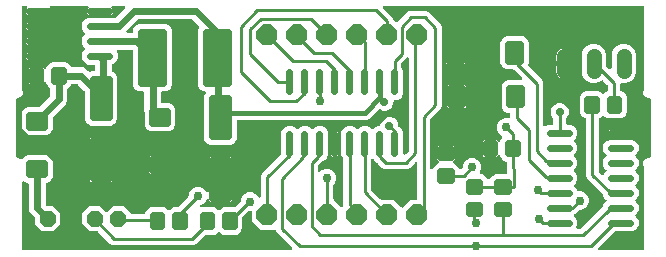
<source format=gbr>
G04 EAGLE Gerber RS-274X export*
G75*
%MOMM*%
%FSLAX34Y34*%
%LPD*%
%INTop Copper*%
%IPPOS*%
%AMOC8*
5,1,8,0,0,1.08239X$1,22.5*%
G01*
%ADD10C,0.501903*%
%ADD11C,0.507000*%
%ADD12C,0.512000*%
%ADD13P,1.429621X8X22.500000*%
%ADD14C,0.510000*%
%ADD15C,0.500000*%
%ADD16P,1.924489X8X292.500000*%
%ADD17C,0.600000*%
%ADD18C,1.258000*%
%ADD19C,0.254000*%
%ADD20C,0.756400*%
%ADD21C,0.609600*%
%ADD22C,0.406400*%
%ADD23C,0.711200*%

G36*
X231666Y3982D02*
X231666Y3982D01*
X231805Y3995D01*
X231824Y4002D01*
X231844Y4005D01*
X231973Y4056D01*
X232104Y4103D01*
X232121Y4114D01*
X232140Y4122D01*
X232252Y4203D01*
X232367Y4281D01*
X232381Y4297D01*
X232397Y4308D01*
X232486Y4416D01*
X232578Y4520D01*
X232587Y4538D01*
X232600Y4553D01*
X232659Y4679D01*
X232722Y4803D01*
X232727Y4823D01*
X232736Y4841D01*
X232762Y4977D01*
X232792Y5113D01*
X232791Y5134D01*
X232795Y5153D01*
X232787Y5292D01*
X232782Y5431D01*
X232777Y5451D01*
X232776Y5471D01*
X232733Y5603D01*
X232694Y5737D01*
X232684Y5754D01*
X232678Y5773D01*
X232603Y5891D01*
X232532Y6011D01*
X232514Y6032D01*
X232507Y6042D01*
X232492Y6056D01*
X232426Y6131D01*
X219435Y19122D01*
X218905Y20402D01*
X218881Y20446D01*
X218864Y20492D01*
X218802Y20583D01*
X218748Y20679D01*
X218713Y20714D01*
X218685Y20755D01*
X218603Y20828D01*
X218526Y20907D01*
X218484Y20933D01*
X218447Y20966D01*
X218349Y21016D01*
X218255Y21073D01*
X218208Y21088D01*
X218163Y21111D01*
X218056Y21135D01*
X217951Y21167D01*
X217902Y21169D01*
X217853Y21180D01*
X217743Y21177D01*
X217634Y21182D01*
X217585Y21172D01*
X217535Y21171D01*
X217430Y21140D01*
X217322Y21118D01*
X217277Y21096D01*
X217230Y21082D01*
X217135Y21026D01*
X217036Y20978D01*
X216999Y20946D01*
X216956Y20921D01*
X216870Y20845D01*
X206134Y20845D01*
X198545Y28434D01*
X198545Y35884D01*
X198530Y36002D01*
X198523Y36121D01*
X198510Y36159D01*
X198505Y36200D01*
X198462Y36310D01*
X198425Y36423D01*
X198403Y36458D01*
X198388Y36495D01*
X198319Y36591D01*
X198255Y36692D01*
X198225Y36720D01*
X198202Y36753D01*
X198110Y36829D01*
X198023Y36910D01*
X197988Y36930D01*
X197957Y36955D01*
X197849Y37006D01*
X197745Y37064D01*
X197705Y37074D01*
X197669Y37091D01*
X197552Y37113D01*
X197437Y37143D01*
X197377Y37147D01*
X197357Y37151D01*
X197336Y37149D01*
X197276Y37153D01*
X196523Y37153D01*
X196425Y37141D01*
X196326Y37138D01*
X196268Y37121D01*
X196208Y37113D01*
X196116Y37077D01*
X196021Y37049D01*
X195969Y37019D01*
X195912Y36996D01*
X195832Y36938D01*
X195747Y36888D01*
X195671Y36822D01*
X195655Y36810D01*
X195647Y36800D01*
X195626Y36782D01*
X190836Y31992D01*
X190776Y31914D01*
X190708Y31842D01*
X190679Y31789D01*
X190642Y31741D01*
X190602Y31650D01*
X190554Y31563D01*
X190539Y31505D01*
X190515Y31449D01*
X190500Y31351D01*
X190475Y31255D01*
X190469Y31155D01*
X190465Y31135D01*
X190467Y31123D01*
X190465Y31095D01*
X190465Y22322D01*
X189460Y19897D01*
X187603Y18040D01*
X185178Y17035D01*
X174622Y17035D01*
X172197Y18040D01*
X171298Y18939D01*
X171204Y19012D01*
X171114Y19091D01*
X171078Y19109D01*
X171046Y19134D01*
X170937Y19181D01*
X170831Y19235D01*
X170792Y19244D01*
X170754Y19260D01*
X170637Y19279D01*
X170521Y19305D01*
X170480Y19304D01*
X170440Y19310D01*
X170322Y19299D01*
X170203Y19295D01*
X170164Y19284D01*
X170124Y19280D01*
X170011Y19240D01*
X169897Y19207D01*
X169863Y19186D01*
X169824Y19173D01*
X169726Y19106D01*
X169623Y19045D01*
X169578Y19006D01*
X169561Y18994D01*
X169548Y18979D01*
X169503Y18939D01*
X168603Y18040D01*
X166178Y17035D01*
X159625Y17035D01*
X159527Y17023D01*
X159428Y17020D01*
X159370Y17003D01*
X159310Y16995D01*
X159218Y16959D01*
X159123Y16931D01*
X159071Y16901D01*
X159014Y16878D01*
X158934Y16820D01*
X158849Y16770D01*
X158773Y16704D01*
X158757Y16692D01*
X158749Y16682D01*
X158728Y16664D01*
X151256Y9191D01*
X149295Y8379D01*
X80593Y8379D01*
X78632Y9191D01*
X68164Y19660D01*
X68086Y19720D01*
X68014Y19788D01*
X67961Y19817D01*
X67913Y19854D01*
X67822Y19894D01*
X67735Y19942D01*
X67677Y19957D01*
X67621Y19981D01*
X67523Y19996D01*
X67427Y20021D01*
X67327Y20027D01*
X67307Y20031D01*
X67295Y20029D01*
X67267Y20031D01*
X61181Y20031D01*
X54931Y26281D01*
X54931Y35119D01*
X61181Y41369D01*
X70019Y41369D01*
X74702Y36685D01*
X74797Y36612D01*
X74886Y36534D01*
X74922Y36515D01*
X74954Y36490D01*
X75063Y36443D01*
X75169Y36389D01*
X75208Y36380D01*
X75246Y36364D01*
X75363Y36345D01*
X75479Y36319D01*
X75520Y36321D01*
X75560Y36314D01*
X75678Y36325D01*
X75797Y36329D01*
X75836Y36340D01*
X75876Y36344D01*
X75989Y36384D01*
X76103Y36417D01*
X76137Y36438D01*
X76176Y36452D01*
X76274Y36518D01*
X76377Y36579D01*
X76422Y36619D01*
X76439Y36630D01*
X76452Y36645D01*
X76497Y36685D01*
X81181Y41369D01*
X90019Y41369D01*
X96537Y34850D01*
X96616Y34790D01*
X96688Y34722D01*
X96741Y34693D01*
X96789Y34656D01*
X96880Y34616D01*
X96966Y34568D01*
X97025Y34553D01*
X97080Y34529D01*
X97178Y34514D01*
X97274Y34489D01*
X97374Y34483D01*
X97395Y34479D01*
X97407Y34481D01*
X97435Y34479D01*
X107122Y34479D01*
X107151Y34482D01*
X107181Y34480D01*
X107309Y34502D01*
X107437Y34519D01*
X107465Y34529D01*
X107494Y34534D01*
X107612Y34588D01*
X107733Y34636D01*
X107757Y34653D01*
X107784Y34665D01*
X107885Y34746D01*
X107990Y34822D01*
X108009Y34845D01*
X108032Y34864D01*
X108110Y34967D01*
X108193Y35067D01*
X108206Y35094D01*
X108224Y35118D01*
X108295Y35262D01*
X109140Y37303D01*
X110997Y39160D01*
X113422Y40165D01*
X123978Y40165D01*
X126403Y39160D01*
X127303Y38261D01*
X127397Y38188D01*
X127486Y38109D01*
X127522Y38091D01*
X127554Y38066D01*
X127663Y38019D01*
X127769Y37965D01*
X127808Y37956D01*
X127846Y37940D01*
X127963Y37921D01*
X128079Y37895D01*
X128120Y37896D01*
X128160Y37890D01*
X128278Y37901D01*
X128397Y37905D01*
X128436Y37916D01*
X128476Y37920D01*
X128588Y37960D01*
X128703Y37993D01*
X128738Y38014D01*
X128776Y38027D01*
X128874Y38094D01*
X128977Y38155D01*
X129022Y38194D01*
X129039Y38206D01*
X129052Y38221D01*
X129098Y38261D01*
X129997Y39160D01*
X132422Y40165D01*
X135095Y40165D01*
X135193Y40177D01*
X135292Y40180D01*
X135350Y40197D01*
X135410Y40205D01*
X135502Y40241D01*
X135597Y40269D01*
X135649Y40299D01*
X135706Y40322D01*
X135786Y40380D01*
X135871Y40430D01*
X135947Y40496D01*
X135963Y40508D01*
X135971Y40518D01*
X135992Y40536D01*
X144782Y49326D01*
X144842Y49404D01*
X144910Y49476D01*
X144939Y49529D01*
X144976Y49577D01*
X145016Y49668D01*
X145064Y49755D01*
X145079Y49813D01*
X145103Y49869D01*
X145118Y49967D01*
X145143Y50063D01*
X145149Y50163D01*
X145153Y50183D01*
X145151Y50195D01*
X145153Y50223D01*
X145153Y51561D01*
X146348Y54445D01*
X148555Y56652D01*
X151439Y57847D01*
X154561Y57847D01*
X157445Y56652D01*
X159652Y54445D01*
X159805Y54075D01*
X159840Y54014D01*
X159866Y53949D01*
X159918Y53877D01*
X159963Y53799D01*
X160011Y53748D01*
X160052Y53692D01*
X160122Y53635D01*
X160184Y53570D01*
X160244Y53534D01*
X160297Y53489D01*
X160379Y53451D01*
X160455Y53404D01*
X160522Y53383D01*
X160585Y53354D01*
X160673Y53337D01*
X160759Y53310D01*
X160829Y53307D01*
X160898Y53294D01*
X160987Y53299D01*
X161077Y53295D01*
X161145Y53309D01*
X161215Y53314D01*
X161300Y53341D01*
X161388Y53359D01*
X161451Y53390D01*
X161517Y53412D01*
X161593Y53460D01*
X161674Y53499D01*
X161727Y53544D01*
X161786Y53582D01*
X161848Y53647D01*
X161916Y53705D01*
X161956Y53763D01*
X162004Y53813D01*
X162047Y53892D01*
X162099Y53966D01*
X162124Y54031D01*
X162158Y54092D01*
X162180Y54179D01*
X162212Y54263D01*
X162220Y54332D01*
X162237Y54400D01*
X162247Y54561D01*
X162247Y61361D01*
X169361Y61361D01*
X169361Y44849D01*
X164427Y44849D01*
X163789Y45020D01*
X163216Y45351D01*
X162749Y45818D01*
X162405Y46414D01*
X162397Y46447D01*
X162352Y46532D01*
X162315Y46621D01*
X162278Y46672D01*
X162248Y46728D01*
X162183Y46799D01*
X162126Y46876D01*
X162077Y46916D01*
X162034Y46963D01*
X161954Y47016D01*
X161879Y47077D01*
X161821Y47103D01*
X161769Y47138D01*
X161677Y47169D01*
X161590Y47209D01*
X161527Y47220D01*
X161468Y47241D01*
X161372Y47249D01*
X161277Y47266D01*
X161214Y47261D01*
X161151Y47266D01*
X161056Y47250D01*
X160959Y47243D01*
X160900Y47223D01*
X160837Y47212D01*
X160749Y47172D01*
X160658Y47141D01*
X160605Y47107D01*
X160547Y47081D01*
X160472Y47021D01*
X160391Y46968D01*
X160348Y46922D01*
X160299Y46883D01*
X160241Y46806D01*
X160176Y46735D01*
X160146Y46679D01*
X160108Y46628D01*
X160037Y46484D01*
X159652Y45555D01*
X157445Y43348D01*
X155655Y42607D01*
X155594Y42572D01*
X155530Y42546D01*
X155457Y42494D01*
X155379Y42449D01*
X155329Y42401D01*
X155272Y42360D01*
X155215Y42290D01*
X155151Y42228D01*
X155114Y42168D01*
X155070Y42115D01*
X155031Y42033D01*
X154984Y41957D01*
X154964Y41890D01*
X154934Y41827D01*
X154917Y41739D01*
X154891Y41653D01*
X154887Y41583D01*
X154874Y41514D01*
X154880Y41425D01*
X154876Y41335D01*
X154890Y41267D01*
X154894Y41197D01*
X154922Y41112D01*
X154940Y41024D01*
X154971Y40961D01*
X154992Y40895D01*
X155040Y40819D01*
X155080Y40738D01*
X155125Y40685D01*
X155162Y40626D01*
X155228Y40564D01*
X155286Y40496D01*
X155343Y40456D01*
X155394Y40408D01*
X155473Y40365D01*
X155546Y40313D01*
X155611Y40288D01*
X155672Y40254D01*
X155759Y40232D01*
X155843Y40200D01*
X155913Y40192D01*
X155980Y40175D01*
X156141Y40165D01*
X166178Y40165D01*
X168603Y39160D01*
X169503Y38261D01*
X169597Y38188D01*
X169686Y38109D01*
X169722Y38091D01*
X169754Y38066D01*
X169863Y38019D01*
X169969Y37965D01*
X170008Y37956D01*
X170046Y37940D01*
X170163Y37921D01*
X170279Y37895D01*
X170320Y37896D01*
X170360Y37890D01*
X170478Y37901D01*
X170597Y37905D01*
X170636Y37916D01*
X170676Y37920D01*
X170788Y37960D01*
X170903Y37993D01*
X170938Y38014D01*
X170976Y38027D01*
X171074Y38094D01*
X171177Y38155D01*
X171222Y38194D01*
X171239Y38206D01*
X171252Y38221D01*
X171298Y38261D01*
X172197Y39160D01*
X174622Y40165D01*
X183395Y40165D01*
X183493Y40177D01*
X183592Y40180D01*
X183650Y40197D01*
X183710Y40205D01*
X183802Y40241D01*
X183897Y40269D01*
X183949Y40299D01*
X184006Y40322D01*
X184086Y40380D01*
X184171Y40430D01*
X184247Y40496D01*
X184263Y40508D01*
X184271Y40518D01*
X184292Y40536D01*
X188782Y45026D01*
X188842Y45104D01*
X188910Y45176D01*
X188939Y45229D01*
X188976Y45277D01*
X189016Y45368D01*
X189064Y45455D01*
X189079Y45513D01*
X189103Y45569D01*
X189118Y45667D01*
X189143Y45763D01*
X189149Y45863D01*
X189153Y45883D01*
X189151Y45895D01*
X189153Y45923D01*
X189153Y46561D01*
X190348Y49445D01*
X192555Y51652D01*
X195439Y52847D01*
X198561Y52847D01*
X201445Y51652D01*
X203652Y49445D01*
X203723Y49273D01*
X203758Y49212D01*
X203784Y49147D01*
X203836Y49075D01*
X203881Y48997D01*
X203929Y48946D01*
X203970Y48890D01*
X204040Y48833D01*
X204102Y48768D01*
X204162Y48732D01*
X204215Y48687D01*
X204297Y48649D01*
X204373Y48602D01*
X204440Y48581D01*
X204503Y48552D01*
X204591Y48535D01*
X204677Y48508D01*
X204747Y48505D01*
X204816Y48492D01*
X204905Y48497D01*
X204995Y48493D01*
X205063Y48507D01*
X205133Y48512D01*
X205218Y48539D01*
X205306Y48557D01*
X205369Y48588D01*
X205435Y48610D01*
X205511Y48658D01*
X205592Y48697D01*
X205645Y48742D01*
X205704Y48780D01*
X205766Y48845D01*
X205834Y48903D01*
X205874Y48961D01*
X205922Y49011D01*
X205965Y49090D01*
X206017Y49163D01*
X206042Y49229D01*
X206076Y49290D01*
X206098Y49377D01*
X206130Y49461D01*
X206138Y49530D01*
X206155Y49598D01*
X206165Y49759D01*
X206165Y66861D01*
X206977Y68822D01*
X223114Y84958D01*
X223174Y85036D01*
X223242Y85108D01*
X223271Y85161D01*
X223308Y85209D01*
X223348Y85300D01*
X223396Y85387D01*
X223411Y85445D01*
X223435Y85501D01*
X223450Y85599D01*
X223475Y85695D01*
X223481Y85795D01*
X223485Y85815D01*
X223483Y85827D01*
X223485Y85855D01*
X223485Y103766D01*
X224492Y106197D01*
X226353Y108058D01*
X228784Y109065D01*
X232316Y109065D01*
X234747Y108058D01*
X236003Y106802D01*
X236097Y106729D01*
X236186Y106650D01*
X236222Y106632D01*
X236254Y106607D01*
X236363Y106560D01*
X236469Y106506D01*
X236508Y106497D01*
X236546Y106481D01*
X236663Y106462D01*
X236779Y106436D01*
X236820Y106437D01*
X236860Y106431D01*
X236978Y106442D01*
X237097Y106446D01*
X237136Y106457D01*
X237176Y106461D01*
X237288Y106501D01*
X237403Y106534D01*
X237438Y106555D01*
X237476Y106568D01*
X237574Y106635D01*
X237677Y106696D01*
X237722Y106736D01*
X237739Y106747D01*
X237752Y106762D01*
X237798Y106802D01*
X239053Y108058D01*
X241484Y109065D01*
X245016Y109065D01*
X247447Y108058D01*
X248702Y106802D01*
X248797Y106729D01*
X248886Y106650D01*
X248922Y106632D01*
X248954Y106607D01*
X249063Y106560D01*
X249169Y106506D01*
X249208Y106497D01*
X249246Y106481D01*
X249363Y106462D01*
X249479Y106436D01*
X249520Y106437D01*
X249560Y106431D01*
X249678Y106442D01*
X249797Y106446D01*
X249836Y106457D01*
X249876Y106461D01*
X249989Y106501D01*
X250103Y106534D01*
X250137Y106555D01*
X250176Y106568D01*
X250274Y106635D01*
X250377Y106696D01*
X250422Y106736D01*
X250439Y106747D01*
X250452Y106762D01*
X250497Y106802D01*
X251753Y108058D01*
X254184Y109065D01*
X257716Y109065D01*
X260147Y108058D01*
X262008Y106197D01*
X263015Y103766D01*
X263015Y84234D01*
X262008Y81803D01*
X260147Y79942D01*
X258444Y79237D01*
X258436Y79232D01*
X258427Y79230D01*
X258299Y79154D01*
X258168Y79079D01*
X258161Y79073D01*
X258153Y79068D01*
X258032Y78962D01*
X254810Y75740D01*
X254750Y75662D01*
X254682Y75590D01*
X254653Y75537D01*
X254616Y75489D01*
X254576Y75398D01*
X254528Y75311D01*
X254513Y75253D01*
X254489Y75197D01*
X254474Y75099D01*
X254449Y75003D01*
X254443Y74903D01*
X254439Y74883D01*
X254441Y74871D01*
X254439Y74843D01*
X254439Y71600D01*
X254456Y71462D01*
X254469Y71324D01*
X254476Y71305D01*
X254479Y71284D01*
X254530Y71155D01*
X254577Y71024D01*
X254588Y71007D01*
X254596Y70989D01*
X254677Y70876D01*
X254755Y70761D01*
X254771Y70748D01*
X254782Y70731D01*
X254890Y70643D01*
X254994Y70551D01*
X255012Y70541D01*
X255027Y70529D01*
X255153Y70469D01*
X255277Y70406D01*
X255297Y70402D01*
X255315Y70393D01*
X255452Y70367D01*
X255587Y70336D01*
X255608Y70337D01*
X255627Y70333D01*
X255766Y70342D01*
X255905Y70346D01*
X255925Y70352D01*
X255945Y70353D01*
X256077Y70396D01*
X256211Y70434D01*
X256228Y70445D01*
X256247Y70451D01*
X256365Y70525D01*
X256485Y70596D01*
X256506Y70615D01*
X256516Y70621D01*
X256530Y70636D01*
X256605Y70702D01*
X257555Y71652D01*
X260439Y72847D01*
X263561Y72847D01*
X266445Y71652D01*
X268652Y69445D01*
X269847Y66561D01*
X269847Y63439D01*
X268652Y60555D01*
X268006Y59910D01*
X267946Y59831D01*
X267878Y59759D01*
X267849Y59706D01*
X267812Y59658D01*
X267772Y59567D01*
X267724Y59481D01*
X267709Y59422D01*
X267685Y59366D01*
X267670Y59268D01*
X267645Y59173D01*
X267639Y59073D01*
X267635Y59052D01*
X267637Y59040D01*
X267635Y59012D01*
X267635Y47312D01*
X267647Y47213D01*
X267650Y47115D01*
X267667Y47056D01*
X267675Y46996D01*
X267711Y46904D01*
X267739Y46809D01*
X267769Y46757D01*
X267792Y46701D01*
X267850Y46621D01*
X267900Y46535D01*
X267966Y46460D01*
X267978Y46443D01*
X267988Y46435D01*
X268006Y46414D01*
X273849Y40572D01*
X273958Y40487D01*
X274065Y40398D01*
X274084Y40390D01*
X274100Y40377D01*
X274228Y40322D01*
X274353Y40263D01*
X274373Y40259D01*
X274392Y40251D01*
X274530Y40229D01*
X274666Y40203D01*
X274686Y40204D01*
X274706Y40201D01*
X274845Y40214D01*
X274983Y40223D01*
X275002Y40229D01*
X275022Y40231D01*
X275154Y40278D01*
X275285Y40321D01*
X275303Y40332D01*
X275322Y40338D01*
X275437Y40417D01*
X275554Y40491D01*
X275568Y40506D01*
X275585Y40517D01*
X275677Y40621D01*
X275772Y40723D01*
X275782Y40740D01*
X275795Y40755D01*
X275859Y40880D01*
X275926Y41001D01*
X275931Y41021D01*
X275940Y41039D01*
X275970Y41175D01*
X276005Y41309D01*
X276007Y41337D01*
X276010Y41349D01*
X276009Y41369D01*
X276015Y41470D01*
X276015Y80554D01*
X276003Y80653D01*
X276000Y80752D01*
X275983Y80810D01*
X275975Y80870D01*
X275939Y80962D01*
X275911Y81057D01*
X275881Y81109D01*
X275858Y81166D01*
X275800Y81246D01*
X275750Y81331D01*
X275684Y81406D01*
X275672Y81423D01*
X275662Y81431D01*
X275644Y81452D01*
X275292Y81803D01*
X274285Y84234D01*
X274285Y103766D01*
X275292Y106197D01*
X277153Y108058D01*
X279584Y109065D01*
X283116Y109065D01*
X285547Y108058D01*
X286803Y106802D01*
X286897Y106729D01*
X286986Y106650D01*
X287022Y106632D01*
X287054Y106607D01*
X287163Y106560D01*
X287269Y106506D01*
X287308Y106497D01*
X287346Y106481D01*
X287463Y106462D01*
X287579Y106436D01*
X287620Y106437D01*
X287660Y106431D01*
X287778Y106442D01*
X287897Y106446D01*
X287936Y106457D01*
X287976Y106461D01*
X288088Y106501D01*
X288203Y106534D01*
X288238Y106555D01*
X288276Y106568D01*
X288374Y106635D01*
X288477Y106696D01*
X288522Y106736D01*
X288539Y106747D01*
X288552Y106762D01*
X288598Y106802D01*
X289853Y108058D01*
X292284Y109065D01*
X295816Y109065D01*
X298247Y108058D01*
X299502Y106802D01*
X299597Y106729D01*
X299686Y106650D01*
X299722Y106632D01*
X299754Y106607D01*
X299863Y106560D01*
X299969Y106506D01*
X300008Y106497D01*
X300046Y106481D01*
X300163Y106462D01*
X300279Y106436D01*
X300320Y106437D01*
X300360Y106431D01*
X300478Y106442D01*
X300597Y106446D01*
X300636Y106457D01*
X300676Y106461D01*
X300789Y106501D01*
X300903Y106534D01*
X300937Y106555D01*
X300976Y106568D01*
X301074Y106635D01*
X301177Y106696D01*
X301222Y106736D01*
X301239Y106747D01*
X301252Y106762D01*
X301297Y106802D01*
X302553Y108058D01*
X304984Y109065D01*
X305794Y109065D01*
X305912Y109080D01*
X306031Y109087D01*
X306069Y109100D01*
X306110Y109105D01*
X306220Y109148D01*
X306333Y109185D01*
X306368Y109207D01*
X306405Y109222D01*
X306501Y109291D01*
X306602Y109355D01*
X306630Y109385D01*
X306663Y109408D01*
X306739Y109500D01*
X306820Y109587D01*
X306840Y109622D01*
X306865Y109653D01*
X306916Y109761D01*
X306974Y109865D01*
X306984Y109905D01*
X307001Y109941D01*
X307023Y110058D01*
X307053Y110173D01*
X307057Y110233D01*
X307061Y110253D01*
X307059Y110274D01*
X307063Y110334D01*
X307063Y110956D01*
X308223Y113757D01*
X310367Y115901D01*
X313168Y117061D01*
X316200Y117061D01*
X319001Y115901D01*
X321145Y113757D01*
X322305Y110956D01*
X322305Y109889D01*
X322317Y109791D01*
X322320Y109692D01*
X322337Y109634D01*
X322345Y109574D01*
X322381Y109482D01*
X322409Y109387D01*
X322439Y109335D01*
X322462Y109278D01*
X322520Y109198D01*
X322570Y109113D01*
X322636Y109038D01*
X322648Y109021D01*
X322658Y109013D01*
X322676Y108992D01*
X323407Y108262D01*
X323414Y108256D01*
X323420Y108249D01*
X323540Y108159D01*
X323568Y108136D01*
X325508Y106197D01*
X326515Y103766D01*
X326515Y86123D01*
X326532Y85986D01*
X326545Y85847D01*
X326552Y85828D01*
X326555Y85808D01*
X326606Y85679D01*
X326653Y85548D01*
X326664Y85531D01*
X326672Y85512D01*
X326753Y85400D01*
X326831Y85285D01*
X326847Y85271D01*
X326858Y85255D01*
X326966Y85166D01*
X327070Y85074D01*
X327088Y85065D01*
X327103Y85052D01*
X327229Y84993D01*
X327353Y84930D01*
X327373Y84925D01*
X327391Y84916D01*
X327527Y84890D01*
X327663Y84860D01*
X327684Y84861D01*
X327703Y84857D01*
X327842Y84865D01*
X327981Y84870D01*
X328001Y84875D01*
X328021Y84876D01*
X328153Y84919D01*
X328287Y84958D01*
X328304Y84968D01*
X328323Y84974D01*
X328441Y85049D01*
X328561Y85120D01*
X328582Y85138D01*
X328592Y85145D01*
X328606Y85160D01*
X328681Y85226D01*
X331294Y87838D01*
X331354Y87916D01*
X331422Y87988D01*
X331451Y88041D01*
X331488Y88089D01*
X331528Y88180D01*
X331576Y88267D01*
X331591Y88325D01*
X331615Y88381D01*
X331630Y88479D01*
X331655Y88575D01*
X331661Y88675D01*
X331665Y88695D01*
X331663Y88707D01*
X331665Y88735D01*
X331665Y166057D01*
X331648Y166194D01*
X331635Y166333D01*
X331628Y166352D01*
X331625Y166372D01*
X331574Y166501D01*
X331527Y166632D01*
X331516Y166649D01*
X331508Y166668D01*
X331427Y166780D01*
X331349Y166895D01*
X331333Y166909D01*
X331322Y166925D01*
X331214Y167014D01*
X331110Y167106D01*
X331092Y167115D01*
X331077Y167128D01*
X330951Y167187D01*
X330827Y167250D01*
X330807Y167255D01*
X330789Y167264D01*
X330653Y167290D01*
X330517Y167320D01*
X330496Y167319D01*
X330477Y167323D01*
X330338Y167315D01*
X330199Y167310D01*
X330179Y167305D01*
X330159Y167304D01*
X330027Y167261D01*
X329893Y167222D01*
X329876Y167212D01*
X329857Y167206D01*
X329739Y167131D01*
X329619Y167060D01*
X329598Y167042D01*
X329588Y167035D01*
X329574Y167020D01*
X329499Y166954D01*
X325156Y162612D01*
X325096Y162534D01*
X325028Y162462D01*
X324999Y162409D01*
X324962Y162361D01*
X324922Y162270D01*
X324874Y162183D01*
X324859Y162125D01*
X324835Y162069D01*
X324820Y161971D01*
X324795Y161875D01*
X324789Y161775D01*
X324785Y161755D01*
X324787Y161743D01*
X324785Y161715D01*
X324785Y159446D01*
X324797Y159347D01*
X324800Y159248D01*
X324817Y159190D01*
X324825Y159130D01*
X324861Y159038D01*
X324889Y158943D01*
X324919Y158891D01*
X324942Y158834D01*
X325000Y158754D01*
X325050Y158669D01*
X325116Y158594D01*
X325128Y158577D01*
X325138Y158569D01*
X325156Y158548D01*
X325508Y158197D01*
X326515Y155766D01*
X326515Y136234D01*
X325508Y133803D01*
X323647Y131942D01*
X321216Y130935D01*
X319716Y130935D01*
X319598Y130920D01*
X319479Y130913D01*
X319441Y130900D01*
X319400Y130895D01*
X319290Y130852D01*
X319177Y130815D01*
X319142Y130793D01*
X319105Y130778D01*
X319009Y130709D01*
X318908Y130645D01*
X318880Y130615D01*
X318847Y130592D01*
X318771Y130500D01*
X318690Y130413D01*
X318670Y130378D01*
X318645Y130347D01*
X318594Y130239D01*
X318536Y130135D01*
X318526Y130095D01*
X318509Y130059D01*
X318487Y129942D01*
X318457Y129827D01*
X318453Y129767D01*
X318449Y129747D01*
X318451Y129726D01*
X318447Y129666D01*
X318447Y128212D01*
X317287Y125411D01*
X315143Y123267D01*
X312342Y122107D01*
X309310Y122107D01*
X306855Y123124D01*
X306826Y123132D01*
X306800Y123146D01*
X306673Y123174D01*
X306548Y123208D01*
X306518Y123209D01*
X306489Y123215D01*
X306360Y123211D01*
X306230Y123213D01*
X306201Y123207D01*
X306172Y123206D01*
X306047Y123170D01*
X305921Y123139D01*
X305894Y123125D01*
X305866Y123117D01*
X305755Y123051D01*
X305639Y122991D01*
X305618Y122971D01*
X305592Y122956D01*
X305471Y122849D01*
X297454Y114831D01*
X295213Y113903D01*
X186886Y113903D01*
X186768Y113888D01*
X186649Y113881D01*
X186611Y113868D01*
X186570Y113863D01*
X186460Y113820D01*
X186347Y113783D01*
X186312Y113761D01*
X186275Y113746D01*
X186179Y113677D01*
X186078Y113613D01*
X186050Y113583D01*
X186017Y113560D01*
X185941Y113468D01*
X185860Y113381D01*
X185840Y113346D01*
X185815Y113315D01*
X185764Y113207D01*
X185706Y113103D01*
X185696Y113063D01*
X185679Y113027D01*
X185657Y112910D01*
X185627Y112795D01*
X185623Y112735D01*
X185619Y112715D01*
X185621Y112694D01*
X185617Y112634D01*
X185617Y98052D01*
X184616Y95636D01*
X182766Y93786D01*
X180350Y92785D01*
X163450Y92785D01*
X161034Y93786D01*
X159184Y95636D01*
X158183Y98052D01*
X158183Y133748D01*
X159184Y136164D01*
X159188Y136168D01*
X159273Y136278D01*
X159362Y136385D01*
X159371Y136404D01*
X159383Y136420D01*
X159438Y136548D01*
X159498Y136673D01*
X159501Y136693D01*
X159509Y136712D01*
X159531Y136849D01*
X159557Y136986D01*
X159556Y137006D01*
X159559Y137026D01*
X159546Y137164D01*
X159538Y137303D01*
X159531Y137322D01*
X159529Y137342D01*
X159483Y137473D01*
X159440Y137605D01*
X159429Y137623D01*
X159422Y137642D01*
X159344Y137756D01*
X159269Y137874D01*
X159255Y137888D01*
X159243Y137905D01*
X159139Y137997D01*
X159038Y138092D01*
X159020Y138102D01*
X159005Y138115D01*
X158881Y138178D01*
X158759Y138246D01*
X158740Y138251D01*
X158722Y138260D01*
X158586Y138290D01*
X158451Y138325D01*
X158423Y138327D01*
X158411Y138330D01*
X158391Y138329D01*
X158291Y138335D01*
X158154Y138335D01*
X155741Y139335D01*
X153895Y141181D01*
X152895Y143594D01*
X152895Y190206D01*
X153801Y192392D01*
X153809Y192421D01*
X153822Y192447D01*
X153850Y192573D01*
X153885Y192699D01*
X153885Y192728D01*
X153892Y192757D01*
X153888Y192887D01*
X153890Y193017D01*
X153883Y193046D01*
X153882Y193075D01*
X153846Y193200D01*
X153816Y193326D01*
X153802Y193352D01*
X153794Y193381D01*
X153728Y193492D01*
X153667Y193607D01*
X153647Y193629D01*
X153632Y193655D01*
X153526Y193775D01*
X148236Y199066D01*
X148157Y199126D01*
X148085Y199194D01*
X148032Y199223D01*
X147984Y199260D01*
X147893Y199300D01*
X147807Y199348D01*
X147748Y199363D01*
X147692Y199387D01*
X147594Y199402D01*
X147499Y199427D01*
X147399Y199433D01*
X147378Y199437D01*
X147366Y199435D01*
X147338Y199437D01*
X102372Y199437D01*
X102274Y199425D01*
X102175Y199422D01*
X102116Y199405D01*
X102056Y199397D01*
X101964Y199361D01*
X101869Y199333D01*
X101817Y199303D01*
X101761Y199280D01*
X101681Y199222D01*
X101595Y199172D01*
X101520Y199106D01*
X101503Y199094D01*
X101499Y199088D01*
X101495Y199085D01*
X101490Y199080D01*
X101474Y199066D01*
X92538Y190129D01*
X92453Y190020D01*
X92364Y189913D01*
X92356Y189894D01*
X92343Y189878D01*
X92288Y189750D01*
X92229Y189625D01*
X92225Y189605D01*
X92217Y189586D01*
X92195Y189448D01*
X92169Y189312D01*
X92170Y189292D01*
X92167Y189272D01*
X92180Y189133D01*
X92189Y188995D01*
X92195Y188976D01*
X92197Y188956D01*
X92244Y188824D01*
X92287Y188693D01*
X92298Y188675D01*
X92305Y188656D01*
X92383Y188541D01*
X92457Y188424D01*
X92472Y188410D01*
X92483Y188393D01*
X92588Y188301D01*
X92689Y188206D01*
X92706Y188196D01*
X92722Y188183D01*
X92846Y188119D01*
X92967Y188052D01*
X92987Y188047D01*
X93005Y188038D01*
X93141Y188008D01*
X93275Y187973D01*
X93303Y187971D01*
X93315Y187968D01*
X93336Y187969D01*
X93436Y187963D01*
X96706Y187963D01*
X96824Y187978D01*
X96943Y187985D01*
X96981Y187998D01*
X97022Y188003D01*
X97132Y188046D01*
X97245Y188083D01*
X97280Y188105D01*
X97317Y188120D01*
X97413Y188189D01*
X97514Y188253D01*
X97542Y188283D01*
X97575Y188306D01*
X97651Y188398D01*
X97732Y188485D01*
X97752Y188520D01*
X97777Y188551D01*
X97828Y188659D01*
X97886Y188763D01*
X97896Y188803D01*
X97913Y188839D01*
X97935Y188956D01*
X97965Y189071D01*
X97969Y189131D01*
X97973Y189151D01*
X97971Y189172D01*
X97975Y189232D01*
X97975Y190206D01*
X98975Y192619D01*
X100821Y194465D01*
X103234Y195465D01*
X125846Y195465D01*
X128259Y194465D01*
X130105Y192619D01*
X131105Y190206D01*
X131105Y143594D01*
X130105Y141181D01*
X128259Y139335D01*
X125846Y138335D01*
X122922Y138335D01*
X122804Y138320D01*
X122685Y138313D01*
X122647Y138300D01*
X122606Y138295D01*
X122496Y138252D01*
X122383Y138215D01*
X122348Y138193D01*
X122311Y138178D01*
X122215Y138109D01*
X122114Y138045D01*
X122086Y138015D01*
X122053Y137992D01*
X121977Y137900D01*
X121896Y137813D01*
X121876Y137778D01*
X121851Y137747D01*
X121800Y137639D01*
X121742Y137535D01*
X121732Y137495D01*
X121715Y137459D01*
X121693Y137342D01*
X121663Y137227D01*
X121659Y137167D01*
X121655Y137147D01*
X121657Y137126D01*
X121653Y137066D01*
X121653Y129884D01*
X121668Y129766D01*
X121675Y129647D01*
X121688Y129609D01*
X121693Y129568D01*
X121736Y129458D01*
X121773Y129345D01*
X121795Y129310D01*
X121810Y129273D01*
X121879Y129177D01*
X121943Y129076D01*
X121973Y129048D01*
X121996Y129015D01*
X122088Y128939D01*
X122175Y128858D01*
X122210Y128838D01*
X122241Y128813D01*
X122349Y128762D01*
X122453Y128704D01*
X122493Y128694D01*
X122529Y128677D01*
X122646Y128655D01*
X122761Y128625D01*
X122821Y128621D01*
X122841Y128617D01*
X122862Y128619D01*
X122922Y128615D01*
X128458Y128615D01*
X130893Y127606D01*
X132756Y125743D01*
X133765Y123308D01*
X133765Y109792D01*
X132756Y107357D01*
X130893Y105494D01*
X128458Y104485D01*
X112942Y104485D01*
X110507Y105494D01*
X108644Y107357D01*
X107635Y109792D01*
X107635Y120541D01*
X107634Y120550D01*
X107635Y120559D01*
X107614Y120708D01*
X107595Y120856D01*
X107592Y120865D01*
X107591Y120874D01*
X107539Y121026D01*
X107427Y121295D01*
X107427Y137066D01*
X107412Y137184D01*
X107405Y137303D01*
X107392Y137341D01*
X107387Y137382D01*
X107344Y137492D01*
X107307Y137605D01*
X107285Y137640D01*
X107270Y137677D01*
X107201Y137773D01*
X107137Y137874D01*
X107107Y137902D01*
X107084Y137935D01*
X106992Y138011D01*
X106905Y138092D01*
X106870Y138112D01*
X106839Y138137D01*
X106731Y138188D01*
X106627Y138246D01*
X106587Y138256D01*
X106551Y138273D01*
X106434Y138295D01*
X106319Y138325D01*
X106259Y138329D01*
X106239Y138333D01*
X106218Y138331D01*
X106158Y138335D01*
X103234Y138335D01*
X100821Y139335D01*
X98975Y141181D01*
X97975Y143594D01*
X97975Y172468D01*
X97960Y172586D01*
X97953Y172705D01*
X97940Y172743D01*
X97935Y172784D01*
X97892Y172894D01*
X97855Y173007D01*
X97833Y173042D01*
X97818Y173079D01*
X97749Y173175D01*
X97685Y173276D01*
X97655Y173304D01*
X97632Y173337D01*
X97540Y173413D01*
X97453Y173494D01*
X97418Y173514D01*
X97387Y173539D01*
X97279Y173590D01*
X97175Y173648D01*
X97135Y173658D01*
X97099Y173675D01*
X96982Y173697D01*
X96867Y173727D01*
X96807Y173731D01*
X96787Y173735D01*
X96766Y173733D01*
X96706Y173737D01*
X85281Y173737D01*
X85232Y173731D01*
X85182Y173733D01*
X85075Y173711D01*
X84966Y173697D01*
X84920Y173679D01*
X84871Y173669D01*
X84772Y173621D01*
X84670Y173580D01*
X84630Y173551D01*
X84585Y173529D01*
X84502Y173458D01*
X84413Y173394D01*
X84381Y173355D01*
X84343Y173323D01*
X84280Y173233D01*
X84210Y173149D01*
X84189Y173104D01*
X84160Y173063D01*
X84121Y172960D01*
X84074Y172861D01*
X84065Y172812D01*
X84047Y172766D01*
X84035Y172656D01*
X84015Y172549D01*
X84018Y172499D01*
X84012Y172450D01*
X84028Y172341D01*
X84034Y172231D01*
X84050Y172184D01*
X84057Y172135D01*
X84109Y171982D01*
X84965Y169916D01*
X84965Y166384D01*
X83958Y163953D01*
X82097Y162092D01*
X80596Y161471D01*
X80571Y161456D01*
X80543Y161447D01*
X80433Y161377D01*
X80320Y161313D01*
X80299Y161293D01*
X80274Y161277D01*
X80185Y161182D01*
X80092Y161092D01*
X80076Y161067D01*
X80056Y161045D01*
X79993Y160932D01*
X79925Y160821D01*
X79917Y160793D01*
X79902Y160767D01*
X79870Y160641D01*
X79832Y160517D01*
X79830Y160487D01*
X79823Y160459D01*
X79813Y160298D01*
X79813Y156271D01*
X79816Y156242D01*
X79814Y156213D01*
X79830Y156122D01*
X79835Y156038D01*
X79847Y156002D01*
X79853Y155956D01*
X79863Y155928D01*
X79868Y155899D01*
X79909Y155808D01*
X79933Y155735D01*
X79951Y155707D01*
X79970Y155660D01*
X79987Y155636D01*
X79999Y155609D01*
X80066Y155526D01*
X80103Y155467D01*
X80125Y155446D01*
X80156Y155403D01*
X80179Y155384D01*
X80198Y155361D01*
X80288Y155293D01*
X80335Y155249D01*
X80358Y155236D01*
X80401Y155200D01*
X80428Y155187D01*
X80452Y155170D01*
X80596Y155099D01*
X81766Y154614D01*
X83616Y152764D01*
X84617Y150348D01*
X84617Y114652D01*
X83616Y112236D01*
X81766Y110386D01*
X79350Y109385D01*
X62450Y109385D01*
X60034Y110386D01*
X58184Y112236D01*
X57183Y114652D01*
X57183Y137632D01*
X57171Y137730D01*
X57168Y137829D01*
X57151Y137888D01*
X57143Y137948D01*
X57107Y138040D01*
X57079Y138135D01*
X57049Y138187D01*
X57026Y138243D01*
X56968Y138324D01*
X56918Y138409D01*
X56852Y138484D01*
X56840Y138501D01*
X56830Y138508D01*
X56812Y138530D01*
X51226Y144116D01*
X51147Y144176D01*
X51075Y144244D01*
X51022Y144273D01*
X50974Y144310D01*
X50883Y144350D01*
X50797Y144398D01*
X50738Y144413D01*
X50682Y144437D01*
X50584Y144452D01*
X50489Y144477D01*
X50389Y144483D01*
X50368Y144487D01*
X50356Y144485D01*
X50328Y144487D01*
X46167Y144487D01*
X46138Y144484D01*
X46108Y144486D01*
X45980Y144464D01*
X45851Y144447D01*
X45824Y144437D01*
X45795Y144432D01*
X45676Y144378D01*
X45556Y144330D01*
X45532Y144313D01*
X45505Y144301D01*
X45404Y144220D01*
X45298Y144144D01*
X45280Y144121D01*
X45257Y144102D01*
X45179Y143999D01*
X45096Y143899D01*
X45083Y143872D01*
X45065Y143848D01*
X44994Y143704D01*
X44660Y142897D01*
X42733Y140970D01*
X42720Y140962D01*
X42699Y140942D01*
X42674Y140926D01*
X42585Y140831D01*
X42492Y140741D01*
X42476Y140716D01*
X42456Y140694D01*
X42393Y140581D01*
X42325Y140470D01*
X42317Y140442D01*
X42302Y140416D01*
X42270Y140290D01*
X42232Y140166D01*
X42230Y140137D01*
X42223Y140108D01*
X42213Y139947D01*
X42213Y130135D01*
X41130Y127521D01*
X30136Y116528D01*
X30076Y116449D01*
X30008Y116377D01*
X29979Y116324D01*
X29942Y116276D01*
X29902Y116185D01*
X29854Y116099D01*
X29839Y116040D01*
X29815Y115984D01*
X29800Y115886D01*
X29775Y115791D01*
X29769Y115691D01*
X29765Y115670D01*
X29767Y115658D01*
X29765Y115630D01*
X29765Y106392D01*
X28756Y103957D01*
X26893Y102094D01*
X24458Y101085D01*
X8942Y101085D01*
X6507Y102094D01*
X4644Y103957D01*
X3635Y106392D01*
X3635Y119908D01*
X4644Y122343D01*
X6507Y124206D01*
X8942Y125215D01*
X18180Y125215D01*
X18278Y125227D01*
X18377Y125230D01*
X18436Y125247D01*
X18496Y125255D01*
X18588Y125291D01*
X18683Y125319D01*
X18735Y125349D01*
X18791Y125372D01*
X18871Y125430D01*
X18957Y125480D01*
X19032Y125546D01*
X19049Y125558D01*
X19056Y125568D01*
X19078Y125586D01*
X27616Y134124D01*
X27676Y134203D01*
X27744Y134275D01*
X27773Y134328D01*
X27810Y134376D01*
X27850Y134467D01*
X27898Y134553D01*
X27913Y134612D01*
X27937Y134668D01*
X27952Y134766D01*
X27977Y134861D01*
X27983Y134961D01*
X27987Y134982D01*
X27985Y134994D01*
X27987Y135022D01*
X27987Y139947D01*
X27984Y139976D01*
X27986Y140006D01*
X27964Y140134D01*
X27947Y140263D01*
X27937Y140290D01*
X27932Y140319D01*
X27878Y140438D01*
X27830Y140558D01*
X27813Y140582D01*
X27801Y140609D01*
X27720Y140711D01*
X27644Y140816D01*
X27621Y140835D01*
X27602Y140858D01*
X27507Y140929D01*
X25540Y142897D01*
X24559Y145264D01*
X24531Y145313D01*
X24512Y145366D01*
X24453Y145451D01*
X24402Y145540D01*
X24363Y145581D01*
X24330Y145627D01*
X24252Y145695D01*
X24181Y145769D01*
X24132Y145798D01*
X24090Y145835D01*
X23997Y145881D01*
X23909Y145935D01*
X23855Y145952D01*
X23805Y145977D01*
X23704Y145998D01*
X23605Y146029D01*
X23549Y146031D01*
X23494Y146043D01*
X23391Y146039D01*
X23288Y146044D01*
X23233Y146032D01*
X23176Y146030D01*
X23078Y146000D01*
X22976Y145980D01*
X22926Y145955D01*
X22872Y145938D01*
X22783Y145885D01*
X22691Y145840D01*
X22648Y145803D01*
X22599Y145774D01*
X22527Y145700D01*
X22449Y145633D01*
X22416Y145587D01*
X22377Y145547D01*
X22287Y145413D01*
X22094Y145078D01*
X21622Y144606D01*
X21044Y144272D01*
X20399Y144099D01*
X18639Y144099D01*
X18639Y150330D01*
X18624Y150448D01*
X18617Y150567D01*
X18604Y150605D01*
X18599Y150645D01*
X18555Y150756D01*
X18519Y150869D01*
X18497Y150904D01*
X18482Y150941D01*
X18412Y151037D01*
X18349Y151138D01*
X18319Y151166D01*
X18295Y151198D01*
X18204Y151274D01*
X18117Y151356D01*
X18082Y151375D01*
X18050Y151401D01*
X17943Y151452D01*
X17839Y151509D01*
X17799Y151520D01*
X17763Y151537D01*
X17646Y151559D01*
X17531Y151589D01*
X17470Y151593D01*
X17450Y151597D01*
X17430Y151595D01*
X17370Y151599D01*
X16099Y151599D01*
X16099Y151601D01*
X17370Y151601D01*
X17488Y151616D01*
X17607Y151623D01*
X17645Y151636D01*
X17685Y151641D01*
X17796Y151685D01*
X17909Y151721D01*
X17944Y151743D01*
X17981Y151758D01*
X18077Y151828D01*
X18178Y151891D01*
X18206Y151921D01*
X18238Y151945D01*
X18314Y152036D01*
X18396Y152123D01*
X18415Y152158D01*
X18441Y152190D01*
X18492Y152297D01*
X18549Y152401D01*
X18560Y152441D01*
X18577Y152477D01*
X18599Y152594D01*
X18629Y152709D01*
X18633Y152770D01*
X18637Y152790D01*
X18635Y152810D01*
X18639Y152870D01*
X18639Y159101D01*
X20399Y159101D01*
X21044Y158928D01*
X21622Y158594D01*
X22094Y158122D01*
X22287Y157787D01*
X22322Y157742D01*
X22348Y157692D01*
X22417Y157616D01*
X22480Y157534D01*
X22524Y157499D01*
X22562Y157457D01*
X22648Y157400D01*
X22729Y157336D01*
X22781Y157313D01*
X22828Y157282D01*
X22925Y157249D01*
X23019Y157207D01*
X23075Y157197D01*
X23128Y157179D01*
X23231Y157171D01*
X23333Y157153D01*
X23389Y157158D01*
X23445Y157154D01*
X23547Y157171D01*
X23650Y157180D01*
X23703Y157198D01*
X23759Y157208D01*
X23853Y157250D01*
X23950Y157284D01*
X23997Y157316D01*
X24049Y157339D01*
X24129Y157403D01*
X24215Y157460D01*
X24253Y157502D01*
X24297Y157537D01*
X24359Y157620D01*
X24428Y157696D01*
X24455Y157746D01*
X24488Y157791D01*
X24559Y157936D01*
X25540Y160303D01*
X27397Y162160D01*
X29822Y163165D01*
X40378Y163165D01*
X42803Y162160D01*
X44660Y160303D01*
X44994Y159496D01*
X45009Y159471D01*
X45018Y159443D01*
X45088Y159333D01*
X45152Y159220D01*
X45172Y159199D01*
X45188Y159174D01*
X45283Y159085D01*
X45373Y158992D01*
X45398Y158976D01*
X45420Y158956D01*
X45534Y158893D01*
X45644Y158825D01*
X45673Y158817D01*
X45698Y158802D01*
X45824Y158770D01*
X45948Y158732D01*
X45978Y158730D01*
X46006Y158723D01*
X46167Y158713D01*
X55215Y158713D01*
X57829Y157630D01*
X60008Y155451D01*
X60031Y155433D01*
X60050Y155411D01*
X60156Y155336D01*
X60259Y155256D01*
X60286Y155245D01*
X60310Y155228D01*
X60431Y155182D01*
X60551Y155130D01*
X60580Y155125D01*
X60608Y155115D01*
X60737Y155100D01*
X60865Y155080D01*
X60894Y155083D01*
X60924Y155080D01*
X61052Y155098D01*
X61181Y155110D01*
X61209Y155120D01*
X61239Y155124D01*
X61391Y155176D01*
X62450Y155615D01*
X64318Y155615D01*
X64436Y155630D01*
X64555Y155637D01*
X64593Y155650D01*
X64634Y155655D01*
X64744Y155698D01*
X64857Y155735D01*
X64892Y155757D01*
X64929Y155772D01*
X65025Y155841D01*
X65126Y155905D01*
X65154Y155935D01*
X65187Y155958D01*
X65263Y156050D01*
X65344Y156137D01*
X65364Y156172D01*
X65389Y156203D01*
X65440Y156311D01*
X65498Y156415D01*
X65508Y156455D01*
X65525Y156491D01*
X65547Y156608D01*
X65577Y156723D01*
X65581Y156783D01*
X65585Y156803D01*
X65583Y156824D01*
X65587Y156884D01*
X65587Y159816D01*
X65572Y159934D01*
X65565Y160053D01*
X65552Y160091D01*
X65547Y160132D01*
X65504Y160242D01*
X65467Y160355D01*
X65445Y160390D01*
X65430Y160427D01*
X65361Y160523D01*
X65297Y160624D01*
X65267Y160652D01*
X65244Y160685D01*
X65152Y160761D01*
X65065Y160842D01*
X65030Y160862D01*
X64999Y160887D01*
X64891Y160938D01*
X64787Y160996D01*
X64747Y161006D01*
X64711Y161023D01*
X64594Y161045D01*
X64479Y161075D01*
X64419Y161079D01*
X64399Y161083D01*
X64378Y161081D01*
X64318Y161085D01*
X60134Y161085D01*
X57703Y162092D01*
X55842Y163953D01*
X54835Y166384D01*
X54835Y169916D01*
X55842Y172347D01*
X57098Y173602D01*
X57171Y173697D01*
X57250Y173786D01*
X57268Y173822D01*
X57293Y173854D01*
X57340Y173963D01*
X57394Y174069D01*
X57403Y174108D01*
X57419Y174146D01*
X57438Y174263D01*
X57464Y174379D01*
X57463Y174420D01*
X57469Y174460D01*
X57458Y174578D01*
X57454Y174697D01*
X57443Y174736D01*
X57439Y174776D01*
X57399Y174889D01*
X57366Y175003D01*
X57345Y175037D01*
X57332Y175076D01*
X57265Y175174D01*
X57204Y175277D01*
X57164Y175322D01*
X57153Y175339D01*
X57138Y175352D01*
X57098Y175397D01*
X55842Y176653D01*
X54835Y179084D01*
X54835Y182616D01*
X55842Y185047D01*
X57098Y186302D01*
X57171Y186397D01*
X57250Y186486D01*
X57268Y186522D01*
X57293Y186554D01*
X57340Y186663D01*
X57394Y186769D01*
X57403Y186808D01*
X57419Y186846D01*
X57438Y186963D01*
X57464Y187079D01*
X57463Y187120D01*
X57469Y187160D01*
X57458Y187278D01*
X57454Y187397D01*
X57443Y187436D01*
X57439Y187476D01*
X57399Y187589D01*
X57366Y187703D01*
X57345Y187737D01*
X57332Y187776D01*
X57265Y187874D01*
X57204Y187977D01*
X57164Y188022D01*
X57153Y188039D01*
X57138Y188052D01*
X57098Y188097D01*
X55842Y189353D01*
X54835Y191784D01*
X54835Y195316D01*
X55842Y197747D01*
X57703Y199608D01*
X60134Y200615D01*
X68117Y200615D01*
X68126Y200616D01*
X68135Y200615D01*
X68284Y200636D01*
X68432Y200655D01*
X68441Y200658D01*
X68450Y200659D01*
X68460Y200663D01*
X82428Y200663D01*
X82526Y200675D01*
X82625Y200678D01*
X82684Y200695D01*
X82744Y200703D01*
X82836Y200739D01*
X82931Y200767D01*
X82983Y200797D01*
X83039Y200820D01*
X83119Y200878D01*
X83205Y200928D01*
X83280Y200994D01*
X83297Y201006D01*
X83304Y201016D01*
X83326Y201034D01*
X91060Y208769D01*
X91145Y208878D01*
X91234Y208985D01*
X91242Y209004D01*
X91255Y209020D01*
X91310Y209148D01*
X91369Y209273D01*
X91373Y209293D01*
X91381Y209312D01*
X91403Y209450D01*
X91429Y209586D01*
X91428Y209606D01*
X91431Y209626D01*
X91418Y209765D01*
X91409Y209903D01*
X91403Y209922D01*
X91401Y209942D01*
X91354Y210074D01*
X91311Y210205D01*
X91300Y210223D01*
X91293Y210242D01*
X91215Y210357D01*
X91141Y210474D01*
X91126Y210488D01*
X91115Y210505D01*
X91010Y210597D01*
X90909Y210692D01*
X90892Y210702D01*
X90876Y210715D01*
X90752Y210779D01*
X90631Y210846D01*
X90611Y210851D01*
X90593Y210860D01*
X90457Y210890D01*
X90323Y210925D01*
X90295Y210927D01*
X90283Y210930D01*
X90262Y210929D01*
X90162Y210935D01*
X80786Y210935D01*
X80648Y210918D01*
X80510Y210905D01*
X80491Y210898D01*
X80471Y210895D01*
X80341Y210844D01*
X80211Y210797D01*
X80194Y210786D01*
X80175Y210778D01*
X80062Y210697D01*
X79947Y210619D01*
X79934Y210603D01*
X79918Y210592D01*
X79829Y210484D01*
X79737Y210380D01*
X79728Y210362D01*
X79715Y210347D01*
X79656Y210221D01*
X79592Y210097D01*
X79588Y210077D01*
X79579Y210059D01*
X79553Y209922D01*
X79523Y209787D01*
X79523Y209766D01*
X79520Y209747D01*
X79528Y209608D01*
X79532Y209469D01*
X79538Y209449D01*
X79539Y209429D01*
X79582Y209297D01*
X79621Y209163D01*
X79631Y209146D01*
X79637Y209127D01*
X79712Y209009D01*
X79782Y208889D01*
X79801Y208868D01*
X79808Y208858D01*
X79822Y208844D01*
X79889Y208768D01*
X80391Y208266D01*
X80690Y207749D01*
X70130Y207749D01*
X70012Y207734D01*
X69893Y207727D01*
X69886Y207725D01*
X69830Y207739D01*
X69770Y207743D01*
X69750Y207747D01*
X69730Y207745D01*
X69670Y207749D01*
X59110Y207749D01*
X59409Y208266D01*
X59911Y208768D01*
X59996Y208878D01*
X60085Y208985D01*
X60094Y209004D01*
X60106Y209020D01*
X60162Y209148D01*
X60221Y209273D01*
X60224Y209293D01*
X60233Y209312D01*
X60254Y209450D01*
X60280Y209586D01*
X60279Y209606D01*
X60282Y209626D01*
X60269Y209765D01*
X60261Y209903D01*
X60254Y209922D01*
X60253Y209942D01*
X60205Y210073D01*
X60163Y210205D01*
X60152Y210223D01*
X60145Y210242D01*
X60067Y210356D01*
X59992Y210474D01*
X59978Y210488D01*
X59966Y210505D01*
X59862Y210597D01*
X59761Y210692D01*
X59743Y210702D01*
X59728Y210715D01*
X59604Y210778D01*
X59482Y210846D01*
X59463Y210851D01*
X59445Y210860D01*
X59309Y210890D01*
X59174Y210925D01*
X59146Y210927D01*
X59134Y210930D01*
X59114Y210929D01*
X59014Y210935D01*
X28786Y210935D01*
X28648Y210918D01*
X28510Y210905D01*
X28491Y210898D01*
X28471Y210895D01*
X28341Y210844D01*
X28211Y210797D01*
X28194Y210786D01*
X28175Y210778D01*
X28062Y210697D01*
X27947Y210619D01*
X27934Y210603D01*
X27918Y210592D01*
X27829Y210484D01*
X27737Y210380D01*
X27728Y210362D01*
X27715Y210347D01*
X27656Y210221D01*
X27592Y210097D01*
X27588Y210077D01*
X27579Y210059D01*
X27553Y209922D01*
X27523Y209787D01*
X27523Y209766D01*
X27520Y209747D01*
X27528Y209608D01*
X27532Y209469D01*
X27538Y209449D01*
X27539Y209429D01*
X27582Y209297D01*
X27621Y209163D01*
X27631Y209146D01*
X27637Y209127D01*
X27712Y209009D01*
X27782Y208889D01*
X27801Y208868D01*
X27808Y208858D01*
X27822Y208844D01*
X27889Y208768D01*
X28391Y208266D01*
X28690Y207749D01*
X18130Y207749D01*
X18012Y207734D01*
X17893Y207727D01*
X17886Y207725D01*
X17830Y207739D01*
X17770Y207743D01*
X17750Y207747D01*
X17730Y207745D01*
X17670Y207749D01*
X7110Y207749D01*
X7409Y208266D01*
X7911Y208768D01*
X7996Y208878D01*
X8085Y208985D01*
X8094Y209004D01*
X8106Y209020D01*
X8162Y209148D01*
X8221Y209273D01*
X8224Y209293D01*
X8233Y209312D01*
X8254Y209450D01*
X8280Y209586D01*
X8279Y209606D01*
X8282Y209626D01*
X8269Y209765D01*
X8261Y209903D01*
X8254Y209922D01*
X8253Y209942D01*
X8205Y210073D01*
X8163Y210205D01*
X8152Y210223D01*
X8145Y210242D01*
X8067Y210356D01*
X7992Y210474D01*
X7978Y210488D01*
X7966Y210505D01*
X7862Y210597D01*
X7761Y210692D01*
X7743Y210702D01*
X7728Y210715D01*
X7604Y210778D01*
X7482Y210846D01*
X7463Y210851D01*
X7445Y210860D01*
X7309Y210890D01*
X7174Y210925D01*
X7146Y210927D01*
X7134Y210930D01*
X7114Y210929D01*
X7014Y210935D01*
X5234Y210935D01*
X5116Y210920D01*
X4997Y210913D01*
X4959Y210900D01*
X4918Y210895D01*
X4808Y210852D01*
X4695Y210815D01*
X4660Y210793D01*
X4623Y210778D01*
X4527Y210709D01*
X4426Y210645D01*
X4398Y210615D01*
X4365Y210592D01*
X4289Y210500D01*
X4208Y210413D01*
X4188Y210378D01*
X4163Y210347D01*
X4112Y210239D01*
X4054Y210135D01*
X4044Y210095D01*
X4027Y210059D01*
X4005Y209942D01*
X3975Y209827D01*
X3971Y209767D01*
X3967Y209747D01*
X3969Y209726D01*
X3965Y209666D01*
X3965Y140452D01*
X3966Y140443D01*
X3965Y140434D01*
X3986Y140285D01*
X4005Y140137D01*
X4008Y140128D01*
X4009Y140119D01*
X4061Y139966D01*
X4727Y138360D01*
X4727Y136440D01*
X3992Y134666D01*
X2634Y133308D01*
X860Y132573D01*
X0Y132573D01*
X-118Y132558D01*
X-237Y132551D01*
X-275Y132538D01*
X-316Y132533D01*
X-426Y132490D01*
X-539Y132453D01*
X-574Y132431D01*
X-611Y132416D01*
X-707Y132347D01*
X-808Y132283D01*
X-836Y132253D01*
X-869Y132230D01*
X-945Y132138D01*
X-1026Y132051D01*
X-1046Y132016D01*
X-1071Y131985D01*
X-1122Y131877D01*
X-1180Y131773D01*
X-1190Y131733D01*
X-1207Y131697D01*
X-1229Y131580D01*
X-1259Y131465D01*
X-1263Y131405D01*
X-1267Y131385D01*
X-1265Y131364D01*
X-1269Y131304D01*
X-1269Y83496D01*
X-1254Y83378D01*
X-1247Y83259D01*
X-1234Y83221D01*
X-1229Y83180D01*
X-1186Y83070D01*
X-1149Y82957D01*
X-1127Y82922D01*
X-1112Y82885D01*
X-1043Y82789D01*
X-979Y82688D01*
X-949Y82660D01*
X-926Y82627D01*
X-834Y82551D01*
X-747Y82470D01*
X-712Y82450D01*
X-681Y82425D01*
X-573Y82374D01*
X-469Y82316D01*
X-429Y82306D01*
X-393Y82289D01*
X-276Y82267D01*
X-161Y82237D01*
X-101Y82233D01*
X-81Y82229D01*
X-60Y82231D01*
X0Y82227D01*
X860Y82227D01*
X2649Y81486D01*
X2682Y81450D01*
X2774Y81389D01*
X2860Y81322D01*
X2906Y81302D01*
X2948Y81275D01*
X3051Y81239D01*
X3152Y81195D01*
X3201Y81188D01*
X3248Y81172D01*
X3358Y81163D01*
X3466Y81146D01*
X3516Y81150D01*
X3565Y81146D01*
X3674Y81165D01*
X3783Y81175D01*
X3830Y81192D01*
X3879Y81201D01*
X3979Y81246D01*
X4082Y81283D01*
X4123Y81311D01*
X4169Y81331D01*
X4255Y81400D01*
X4345Y81462D01*
X4378Y81499D01*
X4417Y81530D01*
X4483Y81618D01*
X4556Y81700D01*
X4579Y81744D01*
X4608Y81784D01*
X4631Y81830D01*
X6507Y83706D01*
X8942Y84715D01*
X24458Y84715D01*
X26893Y83706D01*
X28756Y81843D01*
X29765Y79408D01*
X29765Y65892D01*
X28756Y63457D01*
X26893Y61594D01*
X24596Y60643D01*
X24571Y60628D01*
X24543Y60619D01*
X24433Y60549D01*
X24320Y60485D01*
X24299Y60465D01*
X24274Y60449D01*
X24185Y60354D01*
X24092Y60264D01*
X24076Y60239D01*
X24056Y60217D01*
X23993Y60103D01*
X23925Y59993D01*
X23917Y59964D01*
X23902Y59939D01*
X23870Y59813D01*
X23832Y59689D01*
X23830Y59659D01*
X23823Y59631D01*
X23813Y59470D01*
X23813Y43072D01*
X23825Y42974D01*
X23828Y42875D01*
X23845Y42816D01*
X23853Y42756D01*
X23889Y42664D01*
X23917Y42569D01*
X23947Y42517D01*
X23970Y42461D01*
X24028Y42381D01*
X24078Y42295D01*
X24144Y42220D01*
X24156Y42203D01*
X24166Y42196D01*
X24184Y42174D01*
X24618Y41740D01*
X24697Y41680D01*
X24769Y41612D01*
X24822Y41583D01*
X24870Y41546D01*
X24961Y41506D01*
X25047Y41458D01*
X25106Y41443D01*
X25162Y41419D01*
X25260Y41404D01*
X25355Y41379D01*
X25455Y41373D01*
X25476Y41369D01*
X25488Y41371D01*
X25516Y41369D01*
X30019Y41369D01*
X36269Y35119D01*
X36269Y26281D01*
X30019Y20031D01*
X21181Y20031D01*
X14931Y26281D01*
X14931Y30784D01*
X14919Y30882D01*
X14916Y30981D01*
X14899Y31040D01*
X14891Y31100D01*
X14855Y31192D01*
X14827Y31287D01*
X14797Y31339D01*
X14774Y31395D01*
X14716Y31475D01*
X14666Y31561D01*
X14600Y31636D01*
X14588Y31653D01*
X14578Y31660D01*
X14560Y31682D01*
X10670Y35571D01*
X9587Y38185D01*
X9587Y59470D01*
X9584Y59499D01*
X9586Y59529D01*
X9564Y59657D01*
X9547Y59786D01*
X9537Y59813D01*
X9532Y59842D01*
X9478Y59961D01*
X9430Y60081D01*
X9413Y60105D01*
X9401Y60132D01*
X9320Y60233D01*
X9244Y60339D01*
X9221Y60357D01*
X9202Y60380D01*
X9099Y60459D01*
X8999Y60541D01*
X8972Y60554D01*
X8948Y60572D01*
X8804Y60643D01*
X6507Y61594D01*
X6132Y61970D01*
X6022Y62055D01*
X5915Y62144D01*
X5896Y62152D01*
X5880Y62165D01*
X5752Y62220D01*
X5627Y62279D01*
X5607Y62283D01*
X5588Y62291D01*
X5450Y62313D01*
X5314Y62339D01*
X5294Y62338D01*
X5274Y62341D01*
X5135Y62328D01*
X4997Y62319D01*
X4978Y62313D01*
X4958Y62311D01*
X4827Y62264D01*
X4695Y62221D01*
X4677Y62210D01*
X4658Y62203D01*
X4544Y62126D01*
X4426Y62051D01*
X4412Y62036D01*
X4395Y62025D01*
X4303Y61921D01*
X4208Y61819D01*
X4198Y61802D01*
X4185Y61786D01*
X4122Y61663D01*
X4054Y61541D01*
X4049Y61521D01*
X4040Y61503D01*
X4010Y61367D01*
X3975Y61233D01*
X3973Y61205D01*
X3970Y61193D01*
X3971Y61172D01*
X3965Y61072D01*
X3965Y5234D01*
X3980Y5116D01*
X3987Y4997D01*
X4000Y4959D01*
X4005Y4918D01*
X4048Y4808D01*
X4085Y4695D01*
X4107Y4660D01*
X4122Y4623D01*
X4191Y4527D01*
X4255Y4426D01*
X4285Y4398D01*
X4308Y4365D01*
X4400Y4289D01*
X4487Y4208D01*
X4522Y4188D01*
X4553Y4163D01*
X4661Y4112D01*
X4765Y4054D01*
X4805Y4044D01*
X4841Y4027D01*
X4958Y4005D01*
X5073Y3975D01*
X5133Y3971D01*
X5153Y3967D01*
X5174Y3969D01*
X5234Y3965D01*
X231529Y3965D01*
X231666Y3982D01*
G37*
G36*
X529684Y3980D02*
X529684Y3980D01*
X529803Y3987D01*
X529841Y4000D01*
X529882Y4005D01*
X529992Y4048D01*
X530105Y4085D01*
X530140Y4107D01*
X530177Y4122D01*
X530273Y4191D01*
X530374Y4255D01*
X530402Y4285D01*
X530435Y4308D01*
X530511Y4400D01*
X530592Y4487D01*
X530612Y4522D01*
X530637Y4553D01*
X530688Y4661D01*
X530746Y4765D01*
X530756Y4805D01*
X530773Y4841D01*
X530795Y4958D01*
X530825Y5073D01*
X530829Y5133D01*
X530833Y5153D01*
X530831Y5174D01*
X530835Y5234D01*
X530835Y74348D01*
X530834Y74357D01*
X530835Y74366D01*
X530814Y74515D01*
X530795Y74663D01*
X530792Y74672D01*
X530791Y74681D01*
X530739Y74834D01*
X530073Y76440D01*
X530073Y78360D01*
X530808Y80134D01*
X532166Y81492D01*
X533940Y82227D01*
X535000Y82227D01*
X535118Y82242D01*
X535237Y82249D01*
X535275Y82262D01*
X535316Y82267D01*
X535426Y82310D01*
X535539Y82347D01*
X535574Y82369D01*
X535611Y82384D01*
X535707Y82453D01*
X535808Y82517D01*
X535836Y82547D01*
X535869Y82570D01*
X535945Y82662D01*
X536026Y82749D01*
X536046Y82784D01*
X536071Y82815D01*
X536122Y82923D01*
X536180Y83027D01*
X536190Y83067D01*
X536207Y83103D01*
X536229Y83220D01*
X536259Y83335D01*
X536263Y83395D01*
X536267Y83415D01*
X536265Y83436D01*
X536269Y83496D01*
X536269Y131304D01*
X536254Y131422D01*
X536247Y131541D01*
X536234Y131579D01*
X536229Y131620D01*
X536186Y131730D01*
X536149Y131843D01*
X536127Y131878D01*
X536112Y131915D01*
X536043Y132011D01*
X535979Y132112D01*
X535949Y132140D01*
X535926Y132173D01*
X535834Y132249D01*
X535747Y132330D01*
X535712Y132350D01*
X535681Y132375D01*
X535573Y132426D01*
X535469Y132484D01*
X535429Y132494D01*
X535393Y132511D01*
X535276Y132533D01*
X535161Y132563D01*
X535101Y132567D01*
X535081Y132571D01*
X535060Y132569D01*
X535000Y132573D01*
X533940Y132573D01*
X532166Y133308D01*
X530808Y134666D01*
X530073Y136440D01*
X530073Y138360D01*
X530739Y139966D01*
X530741Y139975D01*
X530746Y139984D01*
X530783Y140129D01*
X530823Y140273D01*
X530823Y140283D01*
X530825Y140292D01*
X530835Y140452D01*
X530835Y209666D01*
X530820Y209784D01*
X530813Y209903D01*
X530800Y209941D01*
X530795Y209982D01*
X530752Y210092D01*
X530715Y210205D01*
X530693Y210240D01*
X530678Y210277D01*
X530609Y210373D01*
X530545Y210474D01*
X530515Y210502D01*
X530492Y210535D01*
X530400Y210611D01*
X530313Y210692D01*
X530278Y210712D01*
X530247Y210737D01*
X530139Y210788D01*
X530035Y210846D01*
X529995Y210856D01*
X529959Y210873D01*
X529842Y210895D01*
X529727Y210925D01*
X529667Y210929D01*
X529647Y210933D01*
X529626Y210931D01*
X529566Y210935D01*
X310673Y210935D01*
X310536Y210918D01*
X310397Y210905D01*
X310378Y210898D01*
X310358Y210895D01*
X310229Y210844D01*
X310098Y210797D01*
X310081Y210786D01*
X310062Y210778D01*
X309950Y210697D01*
X309835Y210619D01*
X309821Y210603D01*
X309805Y210592D01*
X309716Y210484D01*
X309624Y210380D01*
X309615Y210362D01*
X309602Y210347D01*
X309543Y210221D01*
X309480Y210097D01*
X309475Y210077D01*
X309466Y210059D01*
X309440Y209923D01*
X309410Y209787D01*
X309411Y209766D01*
X309407Y209747D01*
X309415Y209608D01*
X309420Y209469D01*
X309425Y209449D01*
X309426Y209429D01*
X309469Y209297D01*
X309508Y209163D01*
X309518Y209146D01*
X309524Y209127D01*
X309599Y209009D01*
X309670Y208889D01*
X309688Y208868D01*
X309695Y208858D01*
X309710Y208844D01*
X309776Y208769D01*
X317623Y200922D01*
X318179Y199578D01*
X318184Y199570D01*
X318186Y199561D01*
X318263Y199432D01*
X318337Y199302D01*
X318343Y199295D01*
X318348Y199287D01*
X318454Y199166D01*
X320141Y197480D01*
X320235Y197407D01*
X320324Y197328D01*
X320360Y197310D01*
X320392Y197285D01*
X320501Y197238D01*
X320607Y197184D01*
X320647Y197175D01*
X320684Y197159D01*
X320801Y197140D01*
X320917Y197114D01*
X320958Y197115D01*
X320998Y197109D01*
X321116Y197120D01*
X321235Y197124D01*
X321274Y197135D01*
X321314Y197139D01*
X321427Y197179D01*
X321541Y197212D01*
X321576Y197233D01*
X321614Y197246D01*
X321712Y197313D01*
X321815Y197374D01*
X321860Y197414D01*
X321877Y197425D01*
X321890Y197440D01*
X321936Y197480D01*
X329978Y205523D01*
X331939Y206335D01*
X346061Y206335D01*
X348022Y205523D01*
X358523Y195022D01*
X359335Y193061D01*
X359335Y125939D01*
X358523Y123978D01*
X349706Y115162D01*
X349646Y115084D01*
X349578Y115012D01*
X349549Y114959D01*
X349512Y114911D01*
X349472Y114820D01*
X349424Y114733D01*
X349409Y114675D01*
X349385Y114619D01*
X349370Y114521D01*
X349345Y114425D01*
X349339Y114325D01*
X349335Y114305D01*
X349337Y114293D01*
X349335Y114265D01*
X349335Y73629D01*
X349343Y73560D01*
X349342Y73490D01*
X349363Y73403D01*
X349375Y73313D01*
X349400Y73248D01*
X349417Y73181D01*
X349459Y73101D01*
X349492Y73018D01*
X349533Y72961D01*
X349565Y72900D01*
X349626Y72833D01*
X349678Y72760D01*
X349732Y72716D01*
X349779Y72664D01*
X349854Y72615D01*
X349923Y72558D01*
X349987Y72528D01*
X350045Y72489D01*
X350130Y72460D01*
X350211Y72422D01*
X350280Y72409D01*
X350346Y72386D01*
X350435Y72379D01*
X350523Y72362D01*
X350593Y72367D01*
X350663Y72361D01*
X350751Y72376D01*
X350841Y72382D01*
X350907Y72403D01*
X350976Y72415D01*
X351058Y72452D01*
X351143Y72480D01*
X351202Y72517D01*
X351266Y72546D01*
X351336Y72602D01*
X351412Y72650D01*
X351460Y72701D01*
X351514Y72745D01*
X351569Y72816D01*
X351630Y72882D01*
X351664Y72943D01*
X351706Y72999D01*
X351777Y73143D01*
X352340Y74503D01*
X354197Y76360D01*
X356564Y77341D01*
X356613Y77369D01*
X356666Y77388D01*
X356751Y77447D01*
X356840Y77498D01*
X356881Y77537D01*
X356927Y77570D01*
X356995Y77648D01*
X357069Y77719D01*
X357098Y77768D01*
X357135Y77810D01*
X357181Y77903D01*
X357235Y77991D01*
X357252Y78045D01*
X357277Y78095D01*
X357298Y78196D01*
X357329Y78295D01*
X357331Y78351D01*
X357343Y78406D01*
X357339Y78509D01*
X357344Y78612D01*
X357332Y78667D01*
X357330Y78724D01*
X357300Y78822D01*
X357280Y78924D01*
X357255Y78974D01*
X357238Y79028D01*
X357185Y79117D01*
X357140Y79209D01*
X357103Y79252D01*
X357074Y79301D01*
X357000Y79373D01*
X356933Y79451D01*
X356887Y79484D01*
X356847Y79523D01*
X356713Y79613D01*
X356378Y79806D01*
X355906Y80278D01*
X355572Y80856D01*
X355399Y81501D01*
X355399Y83261D01*
X361630Y83261D01*
X361748Y83276D01*
X361867Y83283D01*
X361905Y83296D01*
X361945Y83301D01*
X362056Y83344D01*
X362169Y83381D01*
X362204Y83403D01*
X362241Y83418D01*
X362337Y83488D01*
X362438Y83551D01*
X362466Y83581D01*
X362498Y83605D01*
X362574Y83696D01*
X362656Y83783D01*
X362675Y83818D01*
X362701Y83849D01*
X362752Y83957D01*
X362809Y84061D01*
X362820Y84101D01*
X362837Y84137D01*
X362859Y84254D01*
X362889Y84369D01*
X362893Y84430D01*
X362897Y84450D01*
X362895Y84470D01*
X362899Y84530D01*
X362899Y85801D01*
X362901Y85801D01*
X362901Y84530D01*
X362916Y84412D01*
X362923Y84293D01*
X362936Y84255D01*
X362941Y84215D01*
X362985Y84104D01*
X363021Y83991D01*
X363043Y83956D01*
X363058Y83919D01*
X363128Y83823D01*
X363191Y83722D01*
X363221Y83694D01*
X363245Y83661D01*
X363336Y83586D01*
X363423Y83504D01*
X363458Y83484D01*
X363490Y83459D01*
X363597Y83408D01*
X363701Y83350D01*
X363741Y83340D01*
X363777Y83323D01*
X363894Y83301D01*
X364009Y83271D01*
X364070Y83267D01*
X364090Y83263D01*
X364110Y83265D01*
X364170Y83261D01*
X370401Y83261D01*
X370401Y81501D01*
X370228Y80856D01*
X369894Y80278D01*
X369422Y79806D01*
X369087Y79613D01*
X369042Y79578D01*
X368992Y79552D01*
X368916Y79483D01*
X368834Y79420D01*
X368799Y79376D01*
X368757Y79338D01*
X368700Y79252D01*
X368636Y79171D01*
X368613Y79119D01*
X368582Y79072D01*
X368549Y78975D01*
X368507Y78881D01*
X368497Y78825D01*
X368479Y78772D01*
X368471Y78669D01*
X368453Y78567D01*
X368458Y78511D01*
X368454Y78455D01*
X368471Y78353D01*
X368480Y78250D01*
X368498Y78197D01*
X368508Y78141D01*
X368550Y78047D01*
X368584Y77950D01*
X368616Y77903D01*
X368639Y77851D01*
X368703Y77771D01*
X368760Y77685D01*
X368802Y77647D01*
X368837Y77603D01*
X368920Y77541D01*
X368996Y77472D01*
X369046Y77445D01*
X369091Y77412D01*
X369236Y77341D01*
X371603Y76360D01*
X373460Y74503D01*
X374051Y73077D01*
X374075Y73034D01*
X374092Y72987D01*
X374154Y72896D01*
X374208Y72801D01*
X374243Y72765D01*
X374271Y72724D01*
X374353Y72651D01*
X374430Y72572D01*
X374472Y72546D01*
X374509Y72514D01*
X374607Y72464D01*
X374701Y72406D01*
X374748Y72392D01*
X374792Y72369D01*
X374900Y72345D01*
X375005Y72313D01*
X375054Y72310D01*
X375103Y72299D01*
X375213Y72303D01*
X375322Y72297D01*
X375371Y72307D01*
X375421Y72309D01*
X375526Y72340D01*
X375634Y72362D01*
X375678Y72384D01*
X375726Y72397D01*
X375821Y72453D01*
X375919Y72501D01*
X375957Y72534D01*
X376000Y72559D01*
X376121Y72665D01*
X376782Y73326D01*
X376842Y73404D01*
X376910Y73476D01*
X376939Y73529D01*
X376976Y73577D01*
X377016Y73668D01*
X377064Y73755D01*
X377079Y73813D01*
X377103Y73869D01*
X377118Y73967D01*
X377143Y74063D01*
X377149Y74163D01*
X377153Y74183D01*
X377151Y74195D01*
X377153Y74223D01*
X377153Y75561D01*
X378348Y78445D01*
X380555Y80652D01*
X383439Y81847D01*
X386561Y81847D01*
X389445Y80652D01*
X391652Y78445D01*
X392847Y75561D01*
X392847Y72439D01*
X391762Y69820D01*
X391749Y69772D01*
X391727Y69727D01*
X391707Y69619D01*
X391678Y69513D01*
X391677Y69463D01*
X391668Y69414D01*
X391674Y69305D01*
X391673Y69195D01*
X391684Y69147D01*
X391687Y69097D01*
X391721Y68993D01*
X391747Y68886D01*
X391770Y68842D01*
X391785Y68795D01*
X391844Y68702D01*
X391896Y68605D01*
X391929Y68568D01*
X391956Y68526D01*
X392036Y68451D01*
X392110Y68369D01*
X392151Y68342D01*
X392187Y68308D01*
X392283Y68255D01*
X392375Y68195D01*
X392422Y68178D01*
X392466Y68154D01*
X392572Y68127D01*
X392676Y68091D01*
X392726Y68087D01*
X392774Y68075D01*
X392934Y68065D01*
X393278Y68065D01*
X395703Y67060D01*
X397560Y65203D01*
X397827Y64558D01*
X397896Y64437D01*
X397961Y64314D01*
X397975Y64299D01*
X397985Y64282D01*
X398082Y64181D01*
X398175Y64079D01*
X398192Y64068D01*
X398206Y64053D01*
X398325Y63981D01*
X398441Y63904D01*
X398460Y63898D01*
X398477Y63887D01*
X398610Y63846D01*
X398742Y63801D01*
X398762Y63799D01*
X398781Y63793D01*
X398920Y63787D01*
X399059Y63776D01*
X399079Y63779D01*
X399099Y63778D01*
X399235Y63806D01*
X399372Y63830D01*
X399390Y63838D01*
X399410Y63843D01*
X399536Y63904D01*
X399662Y63961D01*
X399678Y63973D01*
X399696Y63982D01*
X399802Y64073D01*
X399910Y64159D01*
X399923Y64175D01*
X399938Y64189D01*
X400019Y64303D01*
X400102Y64413D01*
X400114Y64439D01*
X400121Y64449D01*
X400128Y64468D01*
X400173Y64558D01*
X400440Y65203D01*
X402297Y67060D01*
X404722Y68065D01*
X413384Y68065D01*
X413517Y68082D01*
X413651Y68093D01*
X413675Y68101D01*
X413700Y68105D01*
X413825Y68154D01*
X413951Y68198D01*
X413972Y68212D01*
X413996Y68222D01*
X414104Y68300D01*
X414216Y68375D01*
X414233Y68394D01*
X414253Y68408D01*
X414338Y68512D01*
X414428Y68611D01*
X414440Y68634D01*
X414456Y68653D01*
X414513Y68775D01*
X414575Y68893D01*
X414581Y68918D01*
X414591Y68941D01*
X414617Y69072D01*
X414647Y69203D01*
X414648Y69239D01*
X414651Y69253D01*
X414650Y69275D01*
X414653Y69364D01*
X414460Y77519D01*
X414458Y77533D01*
X414459Y77547D01*
X414434Y77690D01*
X414413Y77833D01*
X414407Y77846D01*
X414405Y77861D01*
X414345Y77993D01*
X414289Y78126D01*
X414280Y78137D01*
X414274Y78151D01*
X414183Y78264D01*
X414096Y78379D01*
X414084Y78388D01*
X414075Y78399D01*
X413959Y78486D01*
X413846Y78576D01*
X413833Y78582D01*
X413821Y78590D01*
X413677Y78661D01*
X411797Y79440D01*
X409940Y81297D01*
X408959Y83664D01*
X408931Y83713D01*
X408912Y83766D01*
X408853Y83851D01*
X408802Y83940D01*
X408763Y83981D01*
X408730Y84027D01*
X408652Y84095D01*
X408581Y84169D01*
X408532Y84198D01*
X408490Y84235D01*
X408397Y84281D01*
X408309Y84335D01*
X408255Y84352D01*
X408205Y84377D01*
X408104Y84398D01*
X408005Y84429D01*
X407949Y84431D01*
X407894Y84443D01*
X407791Y84439D01*
X407688Y84444D01*
X407633Y84432D01*
X407576Y84430D01*
X407478Y84400D01*
X407376Y84380D01*
X407326Y84355D01*
X407272Y84338D01*
X407183Y84285D01*
X407091Y84240D01*
X407048Y84203D01*
X406999Y84174D01*
X406927Y84100D01*
X406849Y84033D01*
X406816Y83987D01*
X406777Y83947D01*
X406687Y83813D01*
X406494Y83478D01*
X406022Y83006D01*
X405444Y82672D01*
X404799Y82499D01*
X403039Y82499D01*
X403039Y88730D01*
X403024Y88848D01*
X403017Y88967D01*
X403004Y89005D01*
X402999Y89045D01*
X402955Y89156D01*
X402919Y89269D01*
X402897Y89304D01*
X402882Y89341D01*
X402812Y89437D01*
X402749Y89538D01*
X402719Y89566D01*
X402695Y89598D01*
X402604Y89674D01*
X402517Y89756D01*
X402482Y89775D01*
X402450Y89801D01*
X402343Y89852D01*
X402239Y89909D01*
X402199Y89920D01*
X402163Y89937D01*
X402046Y89959D01*
X401931Y89989D01*
X401870Y89993D01*
X401850Y89997D01*
X401830Y89995D01*
X401770Y89999D01*
X400499Y89999D01*
X400499Y90001D01*
X401770Y90001D01*
X401888Y90016D01*
X402007Y90023D01*
X402045Y90036D01*
X402085Y90041D01*
X402196Y90085D01*
X402309Y90121D01*
X402344Y90143D01*
X402381Y90158D01*
X402477Y90228D01*
X402578Y90291D01*
X402606Y90321D01*
X402638Y90345D01*
X402714Y90436D01*
X402796Y90523D01*
X402815Y90558D01*
X402841Y90590D01*
X402892Y90697D01*
X402949Y90801D01*
X402960Y90841D01*
X402977Y90877D01*
X402999Y90994D01*
X403029Y91109D01*
X403033Y91170D01*
X403037Y91190D01*
X403035Y91210D01*
X403039Y91270D01*
X403039Y97501D01*
X404799Y97501D01*
X405444Y97328D01*
X406022Y96994D01*
X406494Y96522D01*
X406687Y96187D01*
X406722Y96142D01*
X406748Y96092D01*
X406817Y96016D01*
X406880Y95934D01*
X406924Y95899D01*
X406962Y95857D01*
X407048Y95800D01*
X407129Y95736D01*
X407181Y95713D01*
X407228Y95682D01*
X407325Y95649D01*
X407419Y95607D01*
X407475Y95597D01*
X407528Y95579D01*
X407631Y95571D01*
X407733Y95553D01*
X407789Y95558D01*
X407845Y95554D01*
X407947Y95571D01*
X408050Y95580D01*
X408103Y95598D01*
X408159Y95608D01*
X408253Y95650D01*
X408350Y95684D01*
X408397Y95716D01*
X408449Y95739D01*
X408529Y95803D01*
X408615Y95860D01*
X408653Y95902D01*
X408697Y95937D01*
X408759Y96020D01*
X408828Y96096D01*
X408855Y96146D01*
X408888Y96191D01*
X408959Y96336D01*
X409940Y98703D01*
X410259Y99023D01*
X410290Y99062D01*
X410326Y99095D01*
X410387Y99187D01*
X410454Y99274D01*
X410474Y99319D01*
X410501Y99361D01*
X410537Y99465D01*
X410581Y99566D01*
X410588Y99615D01*
X410604Y99662D01*
X410613Y99771D01*
X410630Y99880D01*
X410626Y99929D01*
X410630Y99979D01*
X410611Y100087D01*
X410601Y100196D01*
X410584Y100243D01*
X410575Y100292D01*
X410530Y100392D01*
X410493Y100496D01*
X410465Y100537D01*
X410445Y100582D01*
X410376Y100668D01*
X410314Y100759D01*
X410277Y100792D01*
X410246Y100831D01*
X410158Y100897D01*
X410076Y100969D01*
X410032Y100992D01*
X409992Y101022D01*
X409847Y101093D01*
X409555Y101214D01*
X407348Y103421D01*
X406153Y106305D01*
X406153Y109427D01*
X407348Y112311D01*
X409555Y114518D01*
X412439Y115713D01*
X415561Y115713D01*
X415750Y115634D01*
X415798Y115621D01*
X415843Y115600D01*
X415951Y115579D01*
X416057Y115550D01*
X416107Y115550D01*
X416156Y115540D01*
X416265Y115547D01*
X416375Y115545D01*
X416423Y115557D01*
X416473Y115560D01*
X416577Y115594D01*
X416684Y115619D01*
X416728Y115643D01*
X416775Y115658D01*
X416868Y115717D01*
X416965Y115768D01*
X417002Y115801D01*
X417044Y115828D01*
X417120Y115908D01*
X417201Y115982D01*
X417228Y116023D01*
X417262Y116060D01*
X417315Y116156D01*
X417375Y116248D01*
X417392Y116295D01*
X417416Y116338D01*
X417443Y116444D01*
X417479Y116548D01*
X417483Y116598D01*
X417495Y116646D01*
X417505Y116807D01*
X417505Y118666D01*
X417490Y118784D01*
X417483Y118903D01*
X417470Y118941D01*
X417465Y118982D01*
X417422Y119092D01*
X417385Y119205D01*
X417363Y119240D01*
X417348Y119277D01*
X417279Y119373D01*
X417215Y119474D01*
X417185Y119502D01*
X417162Y119535D01*
X417070Y119611D01*
X416983Y119692D01*
X416948Y119712D01*
X416917Y119737D01*
X416809Y119788D01*
X416705Y119846D01*
X416665Y119856D01*
X416629Y119873D01*
X416512Y119895D01*
X416397Y119925D01*
X416337Y119929D01*
X416317Y119933D01*
X416296Y119931D01*
X416236Y119935D01*
X415242Y119935D01*
X412807Y120944D01*
X410944Y122807D01*
X409935Y125242D01*
X409935Y142758D01*
X410944Y145193D01*
X412807Y147056D01*
X415242Y148065D01*
X426041Y148065D01*
X426178Y148082D01*
X426317Y148095D01*
X426336Y148102D01*
X426356Y148105D01*
X426485Y148156D01*
X426616Y148203D01*
X426633Y148214D01*
X426652Y148222D01*
X426764Y148303D01*
X426879Y148381D01*
X426893Y148397D01*
X426909Y148408D01*
X426998Y148516D01*
X427090Y148620D01*
X427099Y148638D01*
X427112Y148653D01*
X427171Y148779D01*
X427234Y148903D01*
X427239Y148923D01*
X427248Y148941D01*
X427274Y149077D01*
X427304Y149213D01*
X427303Y149234D01*
X427307Y149253D01*
X427299Y149392D01*
X427294Y149531D01*
X427289Y149551D01*
X427288Y149571D01*
X427245Y149703D01*
X427206Y149837D01*
X427196Y149854D01*
X427190Y149873D01*
X427115Y149991D01*
X427045Y150111D01*
X427026Y150132D01*
X427019Y150142D01*
X427004Y150156D01*
X426938Y150231D01*
X420606Y156564D01*
X420528Y156624D01*
X420456Y156692D01*
X420403Y156721D01*
X420355Y156758D01*
X420264Y156798D01*
X420177Y156846D01*
X420119Y156861D01*
X420063Y156885D01*
X419965Y156900D01*
X419869Y156925D01*
X419769Y156931D01*
X419749Y156935D01*
X419737Y156933D01*
X419709Y156935D01*
X414242Y156935D01*
X411807Y157944D01*
X409944Y159807D01*
X408935Y162242D01*
X408935Y179758D01*
X409944Y182193D01*
X411807Y184056D01*
X414242Y185065D01*
X427758Y185065D01*
X430193Y184056D01*
X432056Y182193D01*
X433065Y179758D01*
X433065Y162242D01*
X432496Y160870D01*
X432489Y160842D01*
X432475Y160815D01*
X432447Y160689D01*
X432412Y160563D01*
X432412Y160534D01*
X432406Y160505D01*
X432409Y160375D01*
X432407Y160245D01*
X432414Y160217D01*
X432415Y160187D01*
X432451Y160062D01*
X432482Y159936D01*
X432495Y159910D01*
X432504Y159882D01*
X432570Y159770D01*
X432630Y159655D01*
X432650Y159633D01*
X432665Y159608D01*
X432772Y159487D01*
X444365Y147894D01*
X445177Y145933D01*
X445177Y110234D01*
X445183Y110185D01*
X445181Y110135D01*
X445203Y110028D01*
X445217Y109919D01*
X445235Y109873D01*
X445245Y109824D01*
X445293Y109725D01*
X445334Y109623D01*
X445363Y109583D01*
X445385Y109538D01*
X445456Y109455D01*
X445520Y109366D01*
X445559Y109334D01*
X445591Y109296D01*
X445681Y109233D01*
X445765Y109163D01*
X445810Y109142D01*
X445851Y109113D01*
X445954Y109074D01*
X446053Y109027D01*
X446102Y109018D01*
X446148Y109000D01*
X446258Y108988D01*
X446365Y108968D01*
X446415Y108971D01*
X446464Y108965D01*
X446573Y108981D01*
X446683Y108987D01*
X446730Y109003D01*
X446779Y109010D01*
X446932Y109062D01*
X449595Y110165D01*
X452396Y110165D01*
X452514Y110180D01*
X452633Y110187D01*
X452671Y110200D01*
X452712Y110205D01*
X452822Y110248D01*
X452935Y110285D01*
X452970Y110307D01*
X453007Y110322D01*
X453103Y110391D01*
X453204Y110455D01*
X453232Y110485D01*
X453265Y110508D01*
X453341Y110600D01*
X453422Y110687D01*
X453442Y110722D01*
X453467Y110753D01*
X453518Y110861D01*
X453576Y110965D01*
X453586Y111005D01*
X453603Y111041D01*
X453625Y111158D01*
X453655Y111273D01*
X453659Y111333D01*
X453663Y111353D01*
X453661Y111374D01*
X453665Y111434D01*
X453665Y114892D01*
X453653Y114990D01*
X453650Y115089D01*
X453633Y115147D01*
X453625Y115207D01*
X453589Y115299D01*
X453561Y115394D01*
X453531Y115447D01*
X453508Y115503D01*
X453450Y115583D01*
X453400Y115668D01*
X453334Y115744D01*
X453322Y115760D01*
X453312Y115768D01*
X453294Y115789D01*
X452667Y116415D01*
X451507Y119216D01*
X451507Y122248D01*
X452667Y125049D01*
X454811Y127193D01*
X457612Y128353D01*
X460644Y128353D01*
X463445Y127193D01*
X465589Y125049D01*
X466749Y122248D01*
X466749Y119216D01*
X465589Y116415D01*
X464706Y115533D01*
X464646Y115455D01*
X464578Y115383D01*
X464549Y115330D01*
X464512Y115282D01*
X464472Y115191D01*
X464424Y115104D01*
X464409Y115046D01*
X464385Y114990D01*
X464370Y114892D01*
X464345Y114796D01*
X464339Y114696D01*
X464335Y114676D01*
X464337Y114664D01*
X464335Y114636D01*
X464335Y111434D01*
X464350Y111316D01*
X464357Y111197D01*
X464370Y111159D01*
X464375Y111118D01*
X464418Y111008D01*
X464455Y110895D01*
X464477Y110860D01*
X464492Y110823D01*
X464561Y110727D01*
X464625Y110626D01*
X464655Y110598D01*
X464678Y110565D01*
X464770Y110489D01*
X464857Y110408D01*
X464892Y110388D01*
X464923Y110363D01*
X465031Y110312D01*
X465135Y110254D01*
X465175Y110244D01*
X465211Y110227D01*
X465328Y110205D01*
X465443Y110175D01*
X465503Y110171D01*
X465523Y110167D01*
X465544Y110169D01*
X465604Y110165D01*
X468405Y110165D01*
X471002Y109089D01*
X472989Y107102D01*
X474065Y104505D01*
X474065Y101695D01*
X472989Y99098D01*
X471539Y97647D01*
X471465Y97553D01*
X471387Y97464D01*
X471368Y97428D01*
X471344Y97396D01*
X471296Y97287D01*
X471242Y97181D01*
X471233Y97142D01*
X471217Y97104D01*
X471199Y96987D01*
X471173Y96871D01*
X471174Y96830D01*
X471167Y96790D01*
X471179Y96672D01*
X471182Y96553D01*
X471193Y96514D01*
X471197Y96474D01*
X471237Y96362D01*
X471271Y96247D01*
X471291Y96212D01*
X471305Y96174D01*
X471372Y96076D01*
X471432Y95973D01*
X471472Y95928D01*
X471483Y95911D01*
X471499Y95898D01*
X471539Y95852D01*
X472989Y94402D01*
X474065Y91805D01*
X474065Y88995D01*
X472989Y86398D01*
X471539Y84948D01*
X471465Y84853D01*
X471387Y84764D01*
X471368Y84728D01*
X471344Y84696D01*
X471296Y84587D01*
X471242Y84481D01*
X471233Y84442D01*
X471217Y84404D01*
X471199Y84287D01*
X471173Y84171D01*
X471174Y84130D01*
X471167Y84090D01*
X471179Y83972D01*
X471182Y83853D01*
X471193Y83814D01*
X471197Y83774D01*
X471238Y83661D01*
X471271Y83547D01*
X471291Y83513D01*
X471305Y83474D01*
X471372Y83376D01*
X471432Y83273D01*
X471472Y83228D01*
X471483Y83211D01*
X471499Y83198D01*
X471539Y83153D01*
X472989Y81702D01*
X474065Y79105D01*
X474065Y76295D01*
X472989Y73698D01*
X471539Y72248D01*
X471465Y72153D01*
X471387Y72064D01*
X471368Y72028D01*
X471344Y71996D01*
X471296Y71887D01*
X471242Y71781D01*
X471233Y71742D01*
X471217Y71704D01*
X471199Y71587D01*
X471173Y71471D01*
X471174Y71430D01*
X471167Y71390D01*
X471179Y71272D01*
X471182Y71153D01*
X471193Y71114D01*
X471197Y71074D01*
X471238Y70961D01*
X471271Y70847D01*
X471291Y70813D01*
X471305Y70774D01*
X471372Y70676D01*
X471432Y70573D01*
X471472Y70528D01*
X471483Y70511D01*
X471499Y70498D01*
X471539Y70453D01*
X472989Y69002D01*
X474065Y66405D01*
X474065Y63595D01*
X472989Y60998D01*
X471539Y59547D01*
X471465Y59453D01*
X471387Y59364D01*
X471368Y59328D01*
X471344Y59296D01*
X471296Y59187D01*
X471242Y59081D01*
X471233Y59042D01*
X471217Y59004D01*
X471199Y58887D01*
X471173Y58771D01*
X471174Y58730D01*
X471167Y58690D01*
X471179Y58572D01*
X471182Y58453D01*
X471193Y58414D01*
X471197Y58374D01*
X471237Y58262D01*
X471271Y58147D01*
X471291Y58112D01*
X471305Y58074D01*
X471372Y57976D01*
X471432Y57873D01*
X471472Y57828D01*
X471483Y57811D01*
X471499Y57798D01*
X471539Y57752D01*
X472989Y56302D01*
X473682Y54630D01*
X473696Y54605D01*
X473705Y54577D01*
X473775Y54467D01*
X473839Y54354D01*
X473860Y54333D01*
X473875Y54308D01*
X473970Y54219D01*
X474060Y54126D01*
X474086Y54110D01*
X474107Y54090D01*
X474221Y54027D01*
X474332Y53959D01*
X474360Y53951D01*
X474386Y53936D01*
X474511Y53904D01*
X474635Y53866D01*
X474665Y53864D01*
X474694Y53857D01*
X474854Y53847D01*
X477561Y53847D01*
X480445Y52652D01*
X482652Y50445D01*
X483847Y47561D01*
X483847Y44439D01*
X482652Y41555D01*
X480445Y39348D01*
X477561Y38153D01*
X476223Y38153D01*
X476125Y38141D01*
X476026Y38138D01*
X475968Y38121D01*
X475908Y38113D01*
X475816Y38077D01*
X475721Y38049D01*
X475669Y38019D01*
X475612Y37996D01*
X475532Y37938D01*
X475447Y37888D01*
X475371Y37822D01*
X475355Y37810D01*
X475347Y37800D01*
X475326Y37782D01*
X472622Y35077D01*
X472593Y35066D01*
X472585Y35061D01*
X472576Y35058D01*
X472447Y34982D01*
X472317Y34908D01*
X472310Y34902D01*
X472302Y34897D01*
X472181Y34790D01*
X471539Y34148D01*
X471465Y34053D01*
X471387Y33964D01*
X471368Y33928D01*
X471344Y33896D01*
X471296Y33787D01*
X471242Y33681D01*
X471233Y33642D01*
X471217Y33604D01*
X471199Y33487D01*
X471173Y33371D01*
X471174Y33330D01*
X471167Y33290D01*
X471179Y33172D01*
X471182Y33053D01*
X471193Y33014D01*
X471197Y32974D01*
X471238Y32861D01*
X471271Y32747D01*
X471291Y32713D01*
X471305Y32674D01*
X471372Y32576D01*
X471432Y32473D01*
X471472Y32428D01*
X471483Y32411D01*
X471499Y32398D01*
X471539Y32353D01*
X472989Y30902D01*
X474065Y28305D01*
X474065Y25495D01*
X473364Y23804D01*
X473351Y23756D01*
X473330Y23711D01*
X473309Y23603D01*
X473280Y23497D01*
X473280Y23447D01*
X473270Y23398D01*
X473277Y23289D01*
X473275Y23179D01*
X473287Y23131D01*
X473290Y23081D01*
X473324Y22977D01*
X473349Y22870D01*
X473373Y22826D01*
X473388Y22779D01*
X473447Y22686D01*
X473498Y22589D01*
X473532Y22552D01*
X473558Y22510D01*
X473638Y22435D01*
X473712Y22353D01*
X473754Y22326D01*
X473790Y22292D01*
X473886Y22239D01*
X473978Y22179D01*
X474025Y22162D01*
X474068Y22138D01*
X474175Y22111D01*
X474279Y22075D01*
X474328Y22071D01*
X474376Y22059D01*
X474537Y22049D01*
X476255Y22049D01*
X476353Y22061D01*
X476452Y22064D01*
X476510Y22081D01*
X476570Y22089D01*
X476662Y22125D01*
X476757Y22153D01*
X476809Y22183D01*
X476866Y22206D01*
X476946Y22264D01*
X477031Y22314D01*
X477107Y22380D01*
X477123Y22392D01*
X477131Y22402D01*
X477152Y22420D01*
X495863Y41131D01*
X495897Y41165D01*
X495903Y41173D01*
X495910Y41179D01*
X496000Y41298D01*
X496036Y41345D01*
X496050Y41362D01*
X496052Y41365D01*
X496092Y41416D01*
X496096Y41425D01*
X496101Y41433D01*
X496172Y41577D01*
X497011Y43602D01*
X498461Y45052D01*
X498535Y45147D01*
X498613Y45236D01*
X498632Y45272D01*
X498656Y45304D01*
X498704Y45413D01*
X498758Y45519D01*
X498767Y45558D01*
X498783Y45596D01*
X498801Y45713D01*
X498827Y45829D01*
X498826Y45870D01*
X498833Y45910D01*
X498821Y46028D01*
X498818Y46147D01*
X498807Y46186D01*
X498803Y46226D01*
X498762Y46339D01*
X498729Y46453D01*
X498709Y46487D01*
X498695Y46526D01*
X498628Y46624D01*
X498568Y46727D01*
X498528Y46772D01*
X498517Y46789D01*
X498501Y46802D01*
X498461Y46847D01*
X497011Y48298D01*
X495927Y50915D01*
X495923Y50947D01*
X495920Y51046D01*
X495903Y51104D01*
X495895Y51164D01*
X495859Y51256D01*
X495831Y51351D01*
X495801Y51403D01*
X495778Y51460D01*
X495720Y51540D01*
X495670Y51625D01*
X495604Y51701D01*
X495592Y51717D01*
X495582Y51725D01*
X495564Y51746D01*
X484005Y63305D01*
X482325Y64984D01*
X481513Y66945D01*
X481513Y114467D01*
X481510Y114496D01*
X481512Y114525D01*
X481490Y114653D01*
X481473Y114782D01*
X481463Y114810D01*
X481458Y114839D01*
X481404Y114957D01*
X481356Y115078D01*
X481339Y115102D01*
X481327Y115129D01*
X481246Y115230D01*
X481170Y115335D01*
X481147Y115354D01*
X481128Y115377D01*
X481025Y115455D01*
X480925Y115538D01*
X480898Y115551D01*
X480874Y115568D01*
X480730Y115639D01*
X478797Y116440D01*
X476940Y118297D01*
X475935Y120722D01*
X475935Y133278D01*
X476940Y135703D01*
X478797Y137560D01*
X481222Y138565D01*
X491778Y138565D01*
X494203Y137560D01*
X495102Y136661D01*
X495196Y136588D01*
X495286Y136509D01*
X495322Y136491D01*
X495354Y136466D01*
X495463Y136419D01*
X495569Y136365D01*
X495608Y136356D01*
X495646Y136340D01*
X495763Y136321D01*
X495879Y136295D01*
X495920Y136296D01*
X495960Y136290D01*
X496078Y136301D01*
X496197Y136305D01*
X496236Y136316D01*
X496276Y136320D01*
X496389Y136360D01*
X496503Y136393D01*
X496537Y136414D01*
X496576Y136427D01*
X496674Y136494D01*
X496777Y136555D01*
X496822Y136594D01*
X496839Y136606D01*
X496852Y136621D01*
X496897Y136661D01*
X497797Y137560D01*
X499018Y138066D01*
X499043Y138080D01*
X499071Y138090D01*
X499181Y138159D01*
X499294Y138223D01*
X499315Y138244D01*
X499340Y138260D01*
X499429Y138354D01*
X499522Y138445D01*
X499538Y138470D01*
X499558Y138491D01*
X499621Y138605D01*
X499689Y138716D01*
X499697Y138744D01*
X499712Y138770D01*
X499744Y138896D01*
X499782Y139020D01*
X499784Y139049D01*
X499791Y139078D01*
X499801Y139238D01*
X499801Y142995D01*
X499789Y143093D01*
X499786Y143192D01*
X499769Y143250D01*
X499761Y143310D01*
X499725Y143402D01*
X499697Y143497D01*
X499667Y143549D01*
X499644Y143606D01*
X499586Y143686D01*
X499536Y143771D01*
X499470Y143847D01*
X499458Y143863D01*
X499448Y143871D01*
X499430Y143892D01*
X496025Y147296D01*
X495931Y147370D01*
X495842Y147448D01*
X495806Y147466D01*
X495774Y147491D01*
X495664Y147539D01*
X495559Y147593D01*
X495519Y147602D01*
X495482Y147618D01*
X495364Y147636D01*
X495248Y147662D01*
X495208Y147661D01*
X495168Y147668D01*
X495049Y147656D01*
X494930Y147653D01*
X494892Y147642D01*
X494851Y147638D01*
X494739Y147597D01*
X494625Y147564D01*
X494590Y147544D01*
X494552Y147530D01*
X494454Y147463D01*
X494351Y147403D01*
X494306Y147363D01*
X494289Y147352D01*
X494275Y147336D01*
X494230Y147296D01*
X493865Y146932D01*
X490060Y145355D01*
X485940Y145355D01*
X482135Y146932D01*
X479222Y149845D01*
X477645Y153650D01*
X477645Y170350D01*
X479222Y174155D01*
X482135Y177068D01*
X485940Y178645D01*
X490060Y178645D01*
X493865Y177068D01*
X496778Y174155D01*
X498355Y170350D01*
X498355Y160581D01*
X498367Y160483D01*
X498370Y160384D01*
X498387Y160326D01*
X498395Y160266D01*
X498431Y160174D01*
X498459Y160079D01*
X498489Y160027D01*
X498512Y159970D01*
X498570Y159890D01*
X498620Y159805D01*
X498686Y159729D01*
X498698Y159713D01*
X498708Y159705D01*
X498726Y159684D01*
X500879Y157532D01*
X500988Y157447D01*
X501095Y157358D01*
X501114Y157349D01*
X501130Y157337D01*
X501258Y157282D01*
X501383Y157222D01*
X501403Y157219D01*
X501422Y157211D01*
X501560Y157189D01*
X501696Y157163D01*
X501716Y157164D01*
X501736Y157161D01*
X501875Y157174D01*
X502013Y157182D01*
X502032Y157189D01*
X502052Y157191D01*
X502184Y157238D01*
X502315Y157280D01*
X502333Y157291D01*
X502352Y157298D01*
X502467Y157376D01*
X502584Y157451D01*
X502598Y157465D01*
X502615Y157477D01*
X502707Y157581D01*
X502802Y157682D01*
X502812Y157700D01*
X502825Y157715D01*
X502889Y157839D01*
X502956Y157961D01*
X502961Y157980D01*
X502970Y157998D01*
X503000Y158134D01*
X503035Y158269D01*
X503037Y158297D01*
X503040Y158309D01*
X503039Y158329D01*
X503045Y158429D01*
X503045Y170350D01*
X504622Y174155D01*
X507535Y177068D01*
X511340Y178645D01*
X515460Y178645D01*
X519265Y177068D01*
X522178Y174155D01*
X523755Y170350D01*
X523755Y153650D01*
X522178Y149845D01*
X519265Y146932D01*
X515460Y145355D01*
X511740Y145355D01*
X511622Y145340D01*
X511503Y145333D01*
X511465Y145320D01*
X511424Y145315D01*
X511314Y145272D01*
X511201Y145235D01*
X511166Y145213D01*
X511129Y145198D01*
X511033Y145129D01*
X510932Y145065D01*
X510904Y145035D01*
X510871Y145012D01*
X510795Y144920D01*
X510714Y144833D01*
X510694Y144798D01*
X510669Y144767D01*
X510618Y144659D01*
X510560Y144555D01*
X510550Y144515D01*
X510533Y144479D01*
X510511Y144362D01*
X510481Y144247D01*
X510477Y144187D01*
X510473Y144167D01*
X510475Y144146D01*
X510471Y144086D01*
X510471Y139540D01*
X510474Y139511D01*
X510472Y139481D01*
X510494Y139353D01*
X510511Y139224D01*
X510521Y139197D01*
X510526Y139168D01*
X510580Y139049D01*
X510628Y138929D01*
X510645Y138905D01*
X510657Y138878D01*
X510738Y138777D01*
X510814Y138671D01*
X510837Y138653D01*
X510856Y138630D01*
X510959Y138552D01*
X511059Y138469D01*
X511086Y138456D01*
X511110Y138438D01*
X511254Y138367D01*
X513203Y137560D01*
X515060Y135703D01*
X516065Y133278D01*
X516065Y120722D01*
X515060Y118297D01*
X513203Y116440D01*
X510778Y115435D01*
X500222Y115435D01*
X497797Y116440D01*
X496897Y117339D01*
X496803Y117412D01*
X496714Y117491D01*
X496678Y117509D01*
X496646Y117534D01*
X496537Y117581D01*
X496431Y117635D01*
X496392Y117644D01*
X496354Y117660D01*
X496237Y117679D01*
X496121Y117705D01*
X496080Y117704D01*
X496040Y117710D01*
X495922Y117699D01*
X495803Y117695D01*
X495764Y117684D01*
X495724Y117680D01*
X495612Y117640D01*
X495497Y117607D01*
X495462Y117586D01*
X495424Y117573D01*
X495326Y117506D01*
X495223Y117445D01*
X495178Y117406D01*
X495161Y117394D01*
X495148Y117379D01*
X495102Y117339D01*
X494203Y116440D01*
X492966Y115928D01*
X492941Y115913D01*
X492913Y115904D01*
X492803Y115834D01*
X492690Y115770D01*
X492669Y115749D01*
X492644Y115734D01*
X492555Y115639D01*
X492462Y115549D01*
X492446Y115524D01*
X492426Y115502D01*
X492363Y115388D01*
X492295Y115278D01*
X492287Y115249D01*
X492272Y115224D01*
X492240Y115098D01*
X492202Y114974D01*
X492200Y114944D01*
X492193Y114916D01*
X492183Y114755D01*
X492183Y70741D01*
X492195Y70643D01*
X492198Y70544D01*
X492215Y70486D01*
X492223Y70426D01*
X492259Y70334D01*
X492287Y70239D01*
X492317Y70187D01*
X492340Y70130D01*
X492398Y70050D01*
X492448Y69965D01*
X492514Y69889D01*
X492526Y69873D01*
X492536Y69865D01*
X492554Y69844D01*
X494609Y67789D01*
X494648Y67759D01*
X494682Y67722D01*
X494725Y67694D01*
X494750Y67670D01*
X494793Y67646D01*
X494860Y67594D01*
X494906Y67575D01*
X494947Y67547D01*
X495015Y67524D01*
X495028Y67517D01*
X495056Y67510D01*
X495152Y67468D01*
X495201Y67460D01*
X495248Y67444D01*
X495358Y67435D01*
X495466Y67418D01*
X495516Y67423D01*
X495565Y67419D01*
X495673Y67438D01*
X495783Y67448D01*
X495830Y67465D01*
X495879Y67473D01*
X495979Y67519D01*
X496082Y67556D01*
X496123Y67584D01*
X496169Y67604D01*
X496254Y67673D01*
X496345Y67734D01*
X496375Y67768D01*
X496379Y67771D01*
X496382Y67775D01*
X496417Y67803D01*
X496483Y67890D01*
X496556Y67973D01*
X496571Y68003D01*
X496582Y68016D01*
X496589Y68031D01*
X496608Y68057D01*
X496679Y68201D01*
X497011Y69002D01*
X498461Y70452D01*
X498535Y70547D01*
X498613Y70636D01*
X498632Y70672D01*
X498656Y70704D01*
X498704Y70813D01*
X498758Y70919D01*
X498767Y70958D01*
X498783Y70996D01*
X498801Y71113D01*
X498827Y71229D01*
X498826Y71270D01*
X498833Y71310D01*
X498821Y71428D01*
X498818Y71547D01*
X498807Y71586D01*
X498803Y71626D01*
X498762Y71739D01*
X498729Y71853D01*
X498709Y71887D01*
X498695Y71926D01*
X498628Y72024D01*
X498568Y72127D01*
X498528Y72172D01*
X498517Y72189D01*
X498501Y72202D01*
X498461Y72247D01*
X497011Y73698D01*
X495935Y76295D01*
X495935Y79105D01*
X497011Y81702D01*
X498461Y83153D01*
X498535Y83247D01*
X498613Y83336D01*
X498632Y83372D01*
X498656Y83404D01*
X498704Y83513D01*
X498758Y83619D01*
X498767Y83658D01*
X498783Y83696D01*
X498801Y83813D01*
X498827Y83929D01*
X498826Y83970D01*
X498833Y84010D01*
X498821Y84128D01*
X498818Y84247D01*
X498807Y84286D01*
X498803Y84326D01*
X498763Y84438D01*
X498729Y84553D01*
X498709Y84588D01*
X498695Y84626D01*
X498628Y84724D01*
X498568Y84827D01*
X498528Y84872D01*
X498517Y84889D01*
X498501Y84902D01*
X498461Y84948D01*
X497011Y86398D01*
X495935Y88995D01*
X495935Y91805D01*
X497011Y94402D01*
X498998Y96389D01*
X501595Y97465D01*
X520405Y97465D01*
X523002Y96389D01*
X524989Y94402D01*
X526065Y91805D01*
X526065Y88995D01*
X524989Y86398D01*
X523539Y84948D01*
X523465Y84853D01*
X523387Y84764D01*
X523368Y84728D01*
X523344Y84696D01*
X523296Y84587D01*
X523242Y84481D01*
X523233Y84442D01*
X523217Y84404D01*
X523199Y84287D01*
X523173Y84171D01*
X523174Y84130D01*
X523167Y84090D01*
X523179Y83972D01*
X523182Y83853D01*
X523193Y83814D01*
X523197Y83774D01*
X523238Y83661D01*
X523271Y83547D01*
X523291Y83513D01*
X523305Y83474D01*
X523372Y83376D01*
X523432Y83273D01*
X523472Y83228D01*
X523483Y83211D01*
X523499Y83198D01*
X523539Y83153D01*
X524989Y81702D01*
X526065Y79105D01*
X526065Y76295D01*
X524989Y73698D01*
X523539Y72247D01*
X523465Y72153D01*
X523387Y72064D01*
X523368Y72028D01*
X523344Y71996D01*
X523296Y71887D01*
X523242Y71781D01*
X523233Y71742D01*
X523217Y71704D01*
X523199Y71587D01*
X523173Y71471D01*
X523174Y71430D01*
X523167Y71390D01*
X523179Y71272D01*
X523182Y71153D01*
X523193Y71114D01*
X523197Y71074D01*
X523237Y70962D01*
X523271Y70847D01*
X523291Y70812D01*
X523305Y70774D01*
X523372Y70676D01*
X523432Y70573D01*
X523472Y70528D01*
X523483Y70511D01*
X523499Y70498D01*
X523539Y70452D01*
X524989Y69002D01*
X526065Y66405D01*
X526065Y63595D01*
X524989Y60998D01*
X523539Y59548D01*
X523465Y59453D01*
X523387Y59364D01*
X523368Y59328D01*
X523344Y59296D01*
X523296Y59187D01*
X523242Y59081D01*
X523233Y59042D01*
X523217Y59004D01*
X523199Y58887D01*
X523173Y58771D01*
X523174Y58730D01*
X523167Y58690D01*
X523179Y58572D01*
X523182Y58453D01*
X523193Y58414D01*
X523197Y58374D01*
X523238Y58261D01*
X523271Y58147D01*
X523291Y58113D01*
X523305Y58074D01*
X523372Y57976D01*
X523432Y57873D01*
X523472Y57828D01*
X523483Y57811D01*
X523499Y57798D01*
X523539Y57753D01*
X524989Y56302D01*
X526065Y53705D01*
X526065Y50895D01*
X524989Y48298D01*
X523539Y46847D01*
X523465Y46753D01*
X523387Y46664D01*
X523368Y46628D01*
X523344Y46596D01*
X523296Y46487D01*
X523242Y46381D01*
X523233Y46342D01*
X523217Y46304D01*
X523199Y46187D01*
X523173Y46071D01*
X523174Y46030D01*
X523167Y45990D01*
X523179Y45872D01*
X523182Y45753D01*
X523193Y45714D01*
X523197Y45674D01*
X523237Y45562D01*
X523271Y45447D01*
X523291Y45412D01*
X523305Y45374D01*
X523372Y45276D01*
X523432Y45173D01*
X523472Y45128D01*
X523483Y45111D01*
X523499Y45098D01*
X523539Y45052D01*
X524989Y43602D01*
X526065Y41005D01*
X526065Y38195D01*
X524989Y35598D01*
X523539Y34148D01*
X523465Y34053D01*
X523387Y33964D01*
X523368Y33928D01*
X523344Y33896D01*
X523296Y33787D01*
X523242Y33681D01*
X523233Y33642D01*
X523217Y33604D01*
X523199Y33487D01*
X523173Y33371D01*
X523174Y33330D01*
X523167Y33290D01*
X523179Y33172D01*
X523182Y33053D01*
X523193Y33014D01*
X523197Y32974D01*
X523238Y32861D01*
X523271Y32747D01*
X523291Y32713D01*
X523305Y32674D01*
X523372Y32576D01*
X523432Y32473D01*
X523472Y32428D01*
X523483Y32411D01*
X523499Y32398D01*
X523539Y32353D01*
X524989Y30902D01*
X526065Y28305D01*
X526065Y25495D01*
X524989Y22898D01*
X523002Y20911D01*
X520405Y19835D01*
X506183Y19835D01*
X506085Y19823D01*
X505986Y19820D01*
X505928Y19803D01*
X505868Y19795D01*
X505776Y19759D01*
X505681Y19731D01*
X505629Y19701D01*
X505572Y19678D01*
X505492Y19620D01*
X505407Y19570D01*
X505331Y19504D01*
X505315Y19492D01*
X505307Y19482D01*
X505286Y19464D01*
X491954Y6131D01*
X491869Y6022D01*
X491780Y5915D01*
X491771Y5896D01*
X491759Y5880D01*
X491704Y5752D01*
X491644Y5627D01*
X491641Y5607D01*
X491633Y5588D01*
X491611Y5450D01*
X491585Y5314D01*
X491586Y5294D01*
X491583Y5274D01*
X491596Y5135D01*
X491604Y4997D01*
X491611Y4978D01*
X491613Y4958D01*
X491660Y4826D01*
X491702Y4695D01*
X491713Y4677D01*
X491720Y4658D01*
X491798Y4543D01*
X491873Y4426D01*
X491887Y4412D01*
X491899Y4395D01*
X492003Y4303D01*
X492104Y4208D01*
X492122Y4198D01*
X492137Y4185D01*
X492261Y4121D01*
X492383Y4054D01*
X492402Y4049D01*
X492420Y4040D01*
X492556Y4010D01*
X492691Y3975D01*
X492719Y3973D01*
X492731Y3970D01*
X492751Y3971D01*
X492851Y3965D01*
X529566Y3965D01*
X529684Y3980D01*
G37*
G36*
X325878Y39958D02*
X325878Y39958D01*
X325997Y39962D01*
X326036Y39973D01*
X326076Y39977D01*
X326189Y40017D01*
X326303Y40050D01*
X326338Y40071D01*
X326376Y40085D01*
X326474Y40152D01*
X326577Y40212D01*
X326622Y40252D01*
X326639Y40263D01*
X326652Y40278D01*
X326698Y40318D01*
X333134Y46755D01*
X337396Y46755D01*
X337514Y46770D01*
X337633Y46777D01*
X337671Y46790D01*
X337712Y46795D01*
X337822Y46838D01*
X337935Y46875D01*
X337970Y46897D01*
X338007Y46912D01*
X338103Y46981D01*
X338204Y47045D01*
X338232Y47075D01*
X338265Y47098D01*
X338341Y47190D01*
X338422Y47277D01*
X338442Y47312D01*
X338467Y47343D01*
X338518Y47451D01*
X338576Y47555D01*
X338586Y47595D01*
X338603Y47631D01*
X338625Y47748D01*
X338655Y47863D01*
X338659Y47923D01*
X338663Y47943D01*
X338661Y47964D01*
X338665Y48024D01*
X338665Y77057D01*
X338648Y77194D01*
X338635Y77333D01*
X338628Y77352D01*
X338625Y77372D01*
X338574Y77501D01*
X338527Y77632D01*
X338516Y77649D01*
X338508Y77668D01*
X338427Y77780D01*
X338349Y77895D01*
X338333Y77909D01*
X338322Y77925D01*
X338214Y78014D01*
X338110Y78106D01*
X338092Y78115D01*
X338077Y78128D01*
X337951Y78187D01*
X337827Y78250D01*
X337807Y78255D01*
X337789Y78264D01*
X337653Y78290D01*
X337517Y78320D01*
X337496Y78319D01*
X337477Y78323D01*
X337338Y78315D01*
X337199Y78310D01*
X337179Y78305D01*
X337159Y78304D01*
X337027Y78261D01*
X336893Y78222D01*
X336876Y78212D01*
X336857Y78206D01*
X336739Y78131D01*
X336619Y78060D01*
X336598Y78042D01*
X336588Y78035D01*
X336574Y78020D01*
X336499Y77954D01*
X332022Y73477D01*
X330061Y72665D01*
X310939Y72665D01*
X308978Y73477D01*
X302167Y80288D01*
X302138Y80339D01*
X302132Y80346D01*
X302127Y80354D01*
X302021Y80475D01*
X301552Y80944D01*
X301442Y81029D01*
X301335Y81118D01*
X301316Y81126D01*
X301300Y81139D01*
X301172Y81194D01*
X301047Y81253D01*
X301027Y81257D01*
X301008Y81265D01*
X300870Y81287D01*
X300734Y81313D01*
X300714Y81312D01*
X300694Y81315D01*
X300555Y81302D01*
X300417Y81293D01*
X300398Y81287D01*
X300378Y81285D01*
X300247Y81238D01*
X300115Y81195D01*
X300097Y81184D01*
X300078Y81178D01*
X299964Y81100D01*
X299846Y81025D01*
X299832Y81010D01*
X299815Y80999D01*
X299723Y80895D01*
X299628Y80794D01*
X299618Y80776D01*
X299605Y80761D01*
X299541Y80637D01*
X299474Y80515D01*
X299469Y80495D01*
X299460Y80477D01*
X299430Y80341D01*
X299395Y80207D01*
X299393Y80179D01*
X299390Y80167D01*
X299391Y80147D01*
X299385Y80046D01*
X299385Y55585D01*
X299397Y55487D01*
X299400Y55388D01*
X299417Y55330D01*
X299425Y55270D01*
X299461Y55178D01*
X299489Y55083D01*
X299519Y55031D01*
X299542Y54974D01*
X299600Y54894D01*
X299650Y54809D01*
X299716Y54733D01*
X299728Y54717D01*
X299738Y54709D01*
X299756Y54688D01*
X307318Y47126D01*
X307396Y47066D01*
X307468Y46998D01*
X307521Y46969D01*
X307569Y46932D01*
X307660Y46892D01*
X307747Y46844D01*
X307805Y46829D01*
X307861Y46805D01*
X307959Y46790D01*
X308055Y46765D01*
X308155Y46759D01*
X308175Y46755D01*
X308187Y46757D01*
X308215Y46755D01*
X318466Y46755D01*
X324903Y40318D01*
X324997Y40245D01*
X325086Y40166D01*
X325122Y40148D01*
X325154Y40123D01*
X325263Y40076D01*
X325369Y40022D01*
X325408Y40013D01*
X325446Y39997D01*
X325563Y39978D01*
X325679Y39952D01*
X325720Y39953D01*
X325760Y39947D01*
X325878Y39958D01*
G37*
%LPC*%
G36*
X73439Y83039D02*
X73439Y83039D01*
X73439Y99551D01*
X78373Y99551D01*
X79011Y99380D01*
X79584Y99049D01*
X80051Y98582D01*
X80382Y98009D01*
X80553Y97371D01*
X80553Y83039D01*
X73439Y83039D01*
G37*
%LPD*%
%LPC*%
G36*
X174439Y66439D02*
X174439Y66439D01*
X174439Y82951D01*
X179373Y82951D01*
X180011Y82780D01*
X180584Y82449D01*
X181051Y81982D01*
X181382Y81409D01*
X181553Y80771D01*
X181553Y66439D01*
X174439Y66439D01*
G37*
%LPD*%
%LPC*%
G36*
X174439Y44849D02*
X174439Y44849D01*
X174439Y61361D01*
X181553Y61361D01*
X181553Y47029D01*
X181382Y46391D01*
X181051Y45818D01*
X180584Y45351D01*
X180011Y45020D01*
X179373Y44849D01*
X174439Y44849D01*
G37*
%LPD*%
%LPC*%
G36*
X73439Y61449D02*
X73439Y61449D01*
X73439Y77961D01*
X80553Y77961D01*
X80553Y63629D01*
X80382Y62991D01*
X80051Y62418D01*
X79584Y61951D01*
X79011Y61620D01*
X78373Y61449D01*
X73439Y61449D01*
G37*
%LPD*%
%LPC*%
G36*
X162247Y66439D02*
X162247Y66439D01*
X162247Y80771D01*
X162418Y81409D01*
X162749Y81982D01*
X163216Y82449D01*
X163789Y82780D01*
X164427Y82951D01*
X169361Y82951D01*
X169361Y66439D01*
X162247Y66439D01*
G37*
%LPD*%
%LPC*%
G36*
X61247Y83039D02*
X61247Y83039D01*
X61247Y97371D01*
X61418Y98009D01*
X61749Y98582D01*
X62216Y99049D01*
X62789Y99380D01*
X63427Y99551D01*
X68361Y99551D01*
X68361Y83039D01*
X61247Y83039D01*
G37*
%LPD*%
%LPC*%
G36*
X63427Y61449D02*
X63427Y61449D01*
X62789Y61620D01*
X62216Y61951D01*
X61749Y62418D01*
X61418Y62991D01*
X61247Y63629D01*
X61247Y77961D01*
X68361Y77961D01*
X68361Y61449D01*
X63427Y61449D01*
G37*
%LPD*%
%LPC*%
G36*
X373539Y173539D02*
X373539Y173539D01*
X373539Y181001D01*
X376777Y181001D01*
X377428Y180826D01*
X378012Y180489D01*
X378489Y180012D01*
X378826Y179428D01*
X379001Y178777D01*
X379001Y173539D01*
X373539Y173539D01*
G37*
%LPD*%
%LPC*%
G36*
X374539Y136539D02*
X374539Y136539D01*
X374539Y144001D01*
X377777Y144001D01*
X378428Y143826D01*
X379012Y143489D01*
X379489Y143012D01*
X379826Y142428D01*
X380001Y141777D01*
X380001Y136539D01*
X374539Y136539D01*
G37*
%LPD*%
%LPC*%
G36*
X373539Y168461D02*
X373539Y168461D01*
X379001Y168461D01*
X379001Y163223D01*
X378826Y162572D01*
X378489Y161988D01*
X378012Y161511D01*
X377428Y161174D01*
X376777Y160999D01*
X373539Y160999D01*
X373539Y168461D01*
G37*
%LPD*%
%LPC*%
G36*
X374539Y131461D02*
X374539Y131461D01*
X380001Y131461D01*
X380001Y126223D01*
X379826Y125572D01*
X379489Y124988D01*
X379012Y124511D01*
X378428Y124174D01*
X377777Y123999D01*
X374539Y123999D01*
X374539Y131461D01*
G37*
%LPD*%
%LPC*%
G36*
X362999Y173539D02*
X362999Y173539D01*
X362999Y178777D01*
X363174Y179428D01*
X363511Y180012D01*
X363988Y180489D01*
X364572Y180826D01*
X365223Y181001D01*
X368461Y181001D01*
X368461Y173539D01*
X362999Y173539D01*
G37*
%LPD*%
%LPC*%
G36*
X363999Y136539D02*
X363999Y136539D01*
X363999Y141777D01*
X364174Y142428D01*
X364511Y143012D01*
X364988Y143489D01*
X365572Y143826D01*
X366223Y144001D01*
X369461Y144001D01*
X369461Y136539D01*
X363999Y136539D01*
G37*
%LPD*%
%LPC*%
G36*
X366223Y123999D02*
X366223Y123999D01*
X365572Y124174D01*
X364988Y124511D01*
X364511Y124988D01*
X364174Y125572D01*
X363999Y126223D01*
X363999Y131461D01*
X369461Y131461D01*
X369461Y123999D01*
X366223Y123999D01*
G37*
%LPD*%
%LPC*%
G36*
X365223Y160999D02*
X365223Y160999D01*
X364572Y161174D01*
X363988Y161511D01*
X363511Y161988D01*
X363174Y162572D01*
X362999Y163223D01*
X362999Y168461D01*
X368461Y168461D01*
X368461Y160999D01*
X365223Y160999D01*
G37*
%LPD*%
%LPC*%
G36*
X464474Y163874D02*
X464474Y163874D01*
X464474Y174323D01*
X465580Y173865D01*
X466610Y173176D01*
X467486Y172300D01*
X468175Y171270D01*
X468649Y170125D01*
X468891Y168910D01*
X468891Y163874D01*
X464474Y163874D01*
G37*
%LPD*%
%LPC*%
G36*
X464474Y160126D02*
X464474Y160126D01*
X468891Y160126D01*
X468891Y155090D01*
X468649Y153875D01*
X468175Y152730D01*
X467486Y151700D01*
X466610Y150824D01*
X465580Y150135D01*
X464474Y149677D01*
X464474Y160126D01*
G37*
%LPD*%
%LPC*%
G36*
X456309Y163874D02*
X456309Y163874D01*
X456309Y168910D01*
X456551Y170125D01*
X457025Y171270D01*
X457714Y172300D01*
X458590Y173176D01*
X459620Y173865D01*
X460726Y174323D01*
X460726Y163874D01*
X456309Y163874D01*
G37*
%LPD*%
%LPC*%
G36*
X459620Y150135D02*
X459620Y150135D01*
X458590Y150824D01*
X457714Y151700D01*
X457025Y152730D01*
X456551Y153875D01*
X456309Y155090D01*
X456309Y160126D01*
X460726Y160126D01*
X460726Y149677D01*
X459620Y150135D01*
G37*
%LPD*%
%LPC*%
G36*
X123239Y78589D02*
X123239Y78589D01*
X123239Y84051D01*
X127477Y84051D01*
X128128Y83876D01*
X128712Y83539D01*
X129189Y83062D01*
X129526Y82478D01*
X129701Y81827D01*
X129701Y78589D01*
X123239Y78589D01*
G37*
%LPD*%
%LPC*%
G36*
X111699Y78589D02*
X111699Y78589D01*
X111699Y81827D01*
X111874Y82478D01*
X112211Y83062D01*
X112688Y83539D01*
X113272Y83876D01*
X113923Y84051D01*
X118161Y84051D01*
X118161Y78589D01*
X111699Y78589D01*
G37*
%LPD*%
%LPC*%
G36*
X123239Y68049D02*
X123239Y68049D01*
X123239Y73511D01*
X129701Y73511D01*
X129701Y70273D01*
X129526Y69622D01*
X129189Y69038D01*
X128712Y68561D01*
X128128Y68224D01*
X127477Y68049D01*
X123239Y68049D01*
G37*
%LPD*%
%LPC*%
G36*
X113923Y68049D02*
X113923Y68049D01*
X113272Y68224D01*
X112688Y68561D01*
X112211Y69038D01*
X111874Y69622D01*
X111699Y70273D01*
X111699Y73511D01*
X118161Y73511D01*
X118161Y68049D01*
X113923Y68049D01*
G37*
%LPD*%
%LPC*%
G36*
X365439Y88339D02*
X365439Y88339D01*
X365439Y92301D01*
X368199Y92301D01*
X368844Y92128D01*
X369422Y91794D01*
X369894Y91322D01*
X370228Y90744D01*
X370401Y90099D01*
X370401Y88339D01*
X365439Y88339D01*
G37*
%LPD*%
%LPC*%
G36*
X355399Y88339D02*
X355399Y88339D01*
X355399Y90099D01*
X355572Y90744D01*
X355906Y91322D01*
X356378Y91794D01*
X356956Y92128D01*
X357601Y92301D01*
X360361Y92301D01*
X360361Y88339D01*
X355399Y88339D01*
G37*
%LPD*%
%LPC*%
G36*
X393999Y92539D02*
X393999Y92539D01*
X393999Y95299D01*
X394172Y95944D01*
X394506Y96522D01*
X394978Y96994D01*
X395556Y97328D01*
X396201Y97501D01*
X397961Y97501D01*
X397961Y92539D01*
X393999Y92539D01*
G37*
%LPD*%
%LPC*%
G36*
X9599Y154139D02*
X9599Y154139D01*
X9599Y156899D01*
X9772Y157544D01*
X10106Y158122D01*
X10578Y158594D01*
X11156Y158928D01*
X11801Y159101D01*
X13561Y159101D01*
X13561Y154139D01*
X9599Y154139D01*
G37*
%LPD*%
%LPC*%
G36*
X396201Y82499D02*
X396201Y82499D01*
X395556Y82672D01*
X394978Y83006D01*
X394506Y83478D01*
X394172Y84056D01*
X393999Y84701D01*
X393999Y87461D01*
X397961Y87461D01*
X397961Y82499D01*
X396201Y82499D01*
G37*
%LPD*%
%LPC*%
G36*
X11801Y144099D02*
X11801Y144099D01*
X11156Y144272D01*
X10578Y144606D01*
X10106Y145078D01*
X9772Y145656D01*
X9599Y146301D01*
X9599Y149061D01*
X13561Y149061D01*
X13561Y144099D01*
X11801Y144099D01*
G37*
%LPD*%
%LPC*%
G36*
X47631Y32731D02*
X47631Y32731D01*
X47631Y37305D01*
X48336Y37305D01*
X52205Y33436D01*
X52205Y32731D01*
X47631Y32731D01*
G37*
%LPD*%
%LPC*%
G36*
X38995Y32731D02*
X38995Y32731D01*
X38995Y33436D01*
X42864Y37305D01*
X43569Y37305D01*
X43569Y32731D01*
X38995Y32731D01*
G37*
%LPD*%
%LPC*%
G36*
X47631Y24095D02*
X47631Y24095D01*
X47631Y28669D01*
X52205Y28669D01*
X52205Y27964D01*
X48336Y24095D01*
X47631Y24095D01*
G37*
%LPD*%
%LPC*%
G36*
X42864Y24095D02*
X42864Y24095D01*
X38995Y27964D01*
X38995Y28669D01*
X43569Y28669D01*
X43569Y24095D01*
X42864Y24095D01*
G37*
%LPD*%
%LPC*%
G36*
X270149Y95499D02*
X270149Y95499D01*
X270149Y104790D01*
X270666Y104491D01*
X271141Y104016D01*
X271477Y103435D01*
X271651Y102786D01*
X271651Y95499D01*
X270149Y95499D01*
G37*
%LPD*%
%LPC*%
G36*
X7110Y195049D02*
X7110Y195049D01*
X7409Y195566D01*
X7884Y196041D01*
X8465Y196377D01*
X9114Y196551D01*
X16401Y196551D01*
X16401Y195049D01*
X7110Y195049D01*
G37*
%LPD*%
%LPC*%
G36*
X7110Y182349D02*
X7110Y182349D01*
X7409Y182866D01*
X7884Y183341D01*
X8465Y183677D01*
X9114Y183851D01*
X16401Y183851D01*
X16401Y182349D01*
X7110Y182349D01*
G37*
%LPD*%
%LPC*%
G36*
X7110Y169649D02*
X7110Y169649D01*
X7409Y170166D01*
X7884Y170641D01*
X8465Y170977D01*
X9114Y171151D01*
X16401Y171151D01*
X16401Y169649D01*
X7110Y169649D01*
G37*
%LPD*%
%LPC*%
G36*
X19399Y195049D02*
X19399Y195049D01*
X19399Y196551D01*
X26686Y196551D01*
X27335Y196377D01*
X27916Y196041D01*
X28391Y195566D01*
X28690Y195049D01*
X19399Y195049D01*
G37*
%LPD*%
%LPC*%
G36*
X19399Y182349D02*
X19399Y182349D01*
X19399Y183851D01*
X26686Y183851D01*
X27335Y183677D01*
X27916Y183341D01*
X28391Y182866D01*
X28690Y182349D01*
X19399Y182349D01*
G37*
%LPD*%
%LPC*%
G36*
X19399Y169649D02*
X19399Y169649D01*
X19399Y171151D01*
X26686Y171151D01*
X27335Y170977D01*
X27916Y170641D01*
X28391Y170166D01*
X28690Y169649D01*
X19399Y169649D01*
G37*
%LPD*%
%LPC*%
G36*
X270149Y92501D02*
X270149Y92501D01*
X271651Y92501D01*
X271651Y85214D01*
X271477Y84565D01*
X271141Y83984D01*
X270666Y83509D01*
X270149Y83210D01*
X270149Y92501D01*
G37*
%LPD*%
%LPC*%
G36*
X19399Y204751D02*
X19399Y204751D01*
X28690Y204751D01*
X28391Y204234D01*
X27916Y203759D01*
X27335Y203423D01*
X26686Y203249D01*
X19399Y203249D01*
X19399Y204751D01*
G37*
%LPD*%
%LPC*%
G36*
X71399Y204751D02*
X71399Y204751D01*
X80690Y204751D01*
X80391Y204234D01*
X79916Y203759D01*
X79335Y203423D01*
X78686Y203249D01*
X71399Y203249D01*
X71399Y204751D01*
G37*
%LPD*%
%LPC*%
G36*
X19399Y179351D02*
X19399Y179351D01*
X28690Y179351D01*
X28391Y178834D01*
X27916Y178359D01*
X27335Y178023D01*
X26686Y177849D01*
X19399Y177849D01*
X19399Y179351D01*
G37*
%LPD*%
%LPC*%
G36*
X19399Y192051D02*
X19399Y192051D01*
X28690Y192051D01*
X28391Y191534D01*
X27916Y191059D01*
X27335Y190723D01*
X26686Y190549D01*
X19399Y190549D01*
X19399Y192051D01*
G37*
%LPD*%
%LPC*%
G36*
X19399Y166651D02*
X19399Y166651D01*
X28690Y166651D01*
X28391Y166134D01*
X27916Y165659D01*
X27335Y165323D01*
X26686Y165149D01*
X19399Y165149D01*
X19399Y166651D01*
G37*
%LPD*%
%LPC*%
G36*
X266634Y83509D02*
X266634Y83509D01*
X266159Y83984D01*
X265823Y84565D01*
X265649Y85214D01*
X265649Y92501D01*
X267151Y92501D01*
X267151Y83210D01*
X266634Y83509D01*
G37*
%LPD*%
%LPC*%
G36*
X265649Y95499D02*
X265649Y95499D01*
X265649Y102786D01*
X265823Y103435D01*
X266159Y104016D01*
X266634Y104491D01*
X267151Y104790D01*
X267151Y95499D01*
X265649Y95499D01*
G37*
%LPD*%
%LPC*%
G36*
X9114Y165149D02*
X9114Y165149D01*
X8465Y165323D01*
X7884Y165659D01*
X7409Y166134D01*
X7110Y166651D01*
X16401Y166651D01*
X16401Y165149D01*
X9114Y165149D01*
G37*
%LPD*%
%LPC*%
G36*
X61114Y203249D02*
X61114Y203249D01*
X60465Y203423D01*
X59884Y203759D01*
X59409Y204234D01*
X59110Y204751D01*
X68401Y204751D01*
X68401Y203249D01*
X61114Y203249D01*
G37*
%LPD*%
%LPC*%
G36*
X9114Y203249D02*
X9114Y203249D01*
X8465Y203423D01*
X7884Y203759D01*
X7409Y204234D01*
X7110Y204751D01*
X16401Y204751D01*
X16401Y203249D01*
X9114Y203249D01*
G37*
%LPD*%
%LPC*%
G36*
X9114Y190549D02*
X9114Y190549D01*
X8465Y190723D01*
X7884Y191059D01*
X7409Y191534D01*
X7110Y192051D01*
X16401Y192051D01*
X16401Y190549D01*
X9114Y190549D01*
G37*
%LPD*%
%LPC*%
G36*
X9114Y177849D02*
X9114Y177849D01*
X8465Y178023D01*
X7884Y178359D01*
X7409Y178834D01*
X7110Y179351D01*
X16401Y179351D01*
X16401Y177849D01*
X9114Y177849D01*
G37*
%LPD*%
%LPC*%
G36*
X512499Y104599D02*
X512499Y104599D01*
X512499Y106101D01*
X519395Y106101D01*
X520158Y105896D01*
X520842Y105501D01*
X521401Y104942D01*
X521599Y104599D01*
X512499Y104599D01*
G37*
%LPD*%
%LPC*%
G36*
X500401Y104599D02*
X500401Y104599D01*
X500599Y104942D01*
X501158Y105501D01*
X501842Y105896D01*
X502605Y106101D01*
X509501Y106101D01*
X509501Y104599D01*
X500401Y104599D01*
G37*
%LPD*%
%LPC*%
G36*
X512499Y100099D02*
X512499Y100099D01*
X512499Y101601D01*
X521599Y101601D01*
X521401Y101258D01*
X520842Y100699D01*
X520158Y100304D01*
X519395Y100099D01*
X512499Y100099D01*
G37*
%LPD*%
%LPC*%
G36*
X502605Y100099D02*
X502605Y100099D01*
X501842Y100304D01*
X501158Y100699D01*
X500599Y101258D01*
X500401Y101601D01*
X509501Y101601D01*
X509501Y100099D01*
X502605Y100099D01*
G37*
%LPD*%
%LPC*%
G36*
X171899Y63899D02*
X171899Y63899D01*
X171899Y63901D01*
X171901Y63901D01*
X171901Y63899D01*
X171899Y63899D01*
G37*
%LPD*%
%LPC*%
G36*
X371999Y133999D02*
X371999Y133999D01*
X371999Y134001D01*
X372001Y134001D01*
X372001Y133999D01*
X371999Y133999D01*
G37*
%LPD*%
%LPC*%
G36*
X70899Y80499D02*
X70899Y80499D01*
X70899Y80501D01*
X70901Y80501D01*
X70901Y80499D01*
X70899Y80499D01*
G37*
%LPD*%
%LPC*%
G36*
X370999Y170999D02*
X370999Y170999D01*
X370999Y171001D01*
X371001Y171001D01*
X371001Y170999D01*
X370999Y170999D01*
G37*
%LPD*%
%LPC*%
G36*
X120699Y76049D02*
X120699Y76049D01*
X120699Y76051D01*
X120701Y76051D01*
X120701Y76049D01*
X120699Y76049D01*
G37*
%LPD*%
D10*
X78043Y97041D02*
X78043Y63959D01*
X63757Y63959D01*
X63757Y97041D01*
X78043Y97041D01*
X78043Y68727D02*
X63757Y68727D01*
X63757Y73495D02*
X78043Y73495D01*
X78043Y78263D02*
X63757Y78263D01*
X63757Y83031D02*
X78043Y83031D01*
X78043Y87799D02*
X63757Y87799D01*
X63757Y92567D02*
X78043Y92567D01*
X78043Y115959D02*
X78043Y149041D01*
X78043Y115959D02*
X63757Y115959D01*
X63757Y149041D01*
X78043Y149041D01*
X78043Y120727D02*
X63757Y120727D01*
X63757Y125495D02*
X78043Y125495D01*
X78043Y130263D02*
X63757Y130263D01*
X63757Y135031D02*
X78043Y135031D01*
X78043Y139799D02*
X63757Y139799D01*
X63757Y144567D02*
X78043Y144567D01*
X179043Y80441D02*
X179043Y47359D01*
X164757Y47359D01*
X164757Y80441D01*
X179043Y80441D01*
X179043Y52127D02*
X164757Y52127D01*
X164757Y56895D02*
X179043Y56895D01*
X179043Y61663D02*
X164757Y61663D01*
X164757Y66431D02*
X179043Y66431D01*
X179043Y71199D02*
X164757Y71199D01*
X164757Y75967D02*
X179043Y75967D01*
X179043Y99359D02*
X179043Y132441D01*
X179043Y99359D02*
X164757Y99359D01*
X164757Y132441D01*
X179043Y132441D01*
X179043Y104127D02*
X164757Y104127D01*
X164757Y108895D02*
X179043Y108895D01*
X179043Y113663D02*
X164757Y113663D01*
X164757Y118431D02*
X179043Y118431D01*
X179043Y123199D02*
X164757Y123199D01*
X164757Y127967D02*
X179043Y127967D01*
D11*
X20065Y146635D02*
X12135Y146635D01*
X12135Y156565D01*
X20065Y156565D01*
X20065Y146635D01*
X20065Y151451D02*
X12135Y151451D01*
X12135Y156267D02*
X20065Y156267D01*
X31135Y146635D02*
X39065Y146635D01*
X31135Y146635D02*
X31135Y156565D01*
X39065Y156565D01*
X39065Y146635D01*
X39065Y151451D02*
X31135Y151451D01*
X31135Y156267D02*
X39065Y156267D01*
X175935Y33565D02*
X183865Y33565D01*
X183865Y23635D01*
X175935Y23635D01*
X175935Y33565D01*
X175935Y28451D02*
X183865Y28451D01*
X183865Y33267D02*
X175935Y33267D01*
X164865Y33565D02*
X156935Y33565D01*
X164865Y33565D02*
X164865Y23635D01*
X156935Y23635D01*
X156935Y33565D01*
X156935Y28451D02*
X164865Y28451D01*
X164865Y33267D02*
X156935Y33267D01*
X141665Y33565D02*
X133735Y33565D01*
X141665Y33565D02*
X141665Y23635D01*
X133735Y23635D01*
X133735Y33565D01*
X133735Y28451D02*
X141665Y28451D01*
X141665Y33267D02*
X133735Y33267D01*
X122665Y33565D02*
X114735Y33565D01*
X122665Y33565D02*
X122665Y23635D01*
X114735Y23635D01*
X114735Y33565D01*
X114735Y28451D02*
X122665Y28451D01*
X122665Y33267D02*
X114735Y33267D01*
D12*
X114260Y111110D02*
X114260Y121990D01*
X127140Y121990D01*
X127140Y111110D01*
X114260Y111110D01*
X114260Y115974D02*
X127140Y115974D01*
X127140Y120838D02*
X114260Y120838D01*
X127140Y81490D02*
X127140Y70610D01*
X114260Y70610D01*
X114260Y81490D01*
X127140Y81490D01*
X127140Y75474D02*
X114260Y75474D01*
X114260Y80338D02*
X127140Y80338D01*
X10260Y107710D02*
X10260Y118590D01*
X23140Y118590D01*
X23140Y107710D01*
X10260Y107710D01*
X10260Y112574D02*
X23140Y112574D01*
X23140Y117438D02*
X10260Y117438D01*
X23140Y78090D02*
X23140Y67210D01*
X10260Y67210D01*
X10260Y78090D01*
X23140Y78090D01*
X23140Y72074D02*
X10260Y72074D01*
X10260Y76938D02*
X23140Y76938D01*
D13*
X25600Y30700D03*
X45600Y30700D03*
X65600Y30700D03*
X85600Y30700D03*
D11*
X357935Y81835D02*
X357935Y89765D01*
X367865Y89765D01*
X367865Y81835D01*
X357935Y81835D01*
X357935Y86651D02*
X367865Y86651D01*
X357935Y70765D02*
X357935Y62835D01*
X357935Y70765D02*
X367865Y70765D01*
X367865Y62835D01*
X357935Y62835D01*
X357935Y67651D02*
X367865Y67651D01*
D14*
X78350Y167700D02*
X78350Y168600D01*
X78350Y167700D02*
X61450Y167700D01*
X61450Y168600D01*
X78350Y168600D01*
X78350Y180400D02*
X78350Y181300D01*
X78350Y180400D02*
X61450Y180400D01*
X61450Y181300D01*
X78350Y181300D01*
X78350Y193100D02*
X78350Y194000D01*
X78350Y193100D02*
X61450Y193100D01*
X61450Y194000D01*
X78350Y194000D01*
X78350Y205800D02*
X78350Y206700D01*
X78350Y205800D02*
X61450Y205800D01*
X61450Y206700D01*
X78350Y206700D01*
X26350Y206700D02*
X26350Y205800D01*
X9450Y205800D01*
X9450Y206700D01*
X26350Y206700D01*
X26350Y194000D02*
X26350Y193100D01*
X9450Y193100D01*
X9450Y194000D01*
X26350Y194000D01*
X26350Y181300D02*
X26350Y180400D01*
X9450Y180400D01*
X9450Y181300D01*
X26350Y181300D01*
X26350Y168600D02*
X26350Y167700D01*
X9450Y167700D01*
X9450Y168600D01*
X26350Y168600D01*
D15*
X104540Y188900D02*
X104540Y144900D01*
X104540Y188900D02*
X124540Y188900D01*
X124540Y144900D01*
X104540Y144900D01*
X104540Y149650D02*
X124540Y149650D01*
X124540Y154400D02*
X104540Y154400D01*
X104540Y159150D02*
X124540Y159150D01*
X124540Y163900D02*
X104540Y163900D01*
X104540Y168650D02*
X124540Y168650D01*
X124540Y173400D02*
X104540Y173400D01*
X104540Y178150D02*
X124540Y178150D01*
X124540Y182900D02*
X104540Y182900D01*
X104540Y187650D02*
X124540Y187650D01*
X159460Y188900D02*
X159460Y144900D01*
X159460Y188900D02*
X179460Y188900D01*
X179460Y144900D01*
X159460Y144900D01*
X159460Y149650D02*
X179460Y149650D01*
X179460Y154400D02*
X159460Y154400D01*
X159460Y159150D02*
X179460Y159150D01*
X179460Y163900D02*
X159460Y163900D01*
X159460Y168650D02*
X179460Y168650D01*
X179460Y173400D02*
X159460Y173400D01*
X159460Y178150D02*
X179460Y178150D01*
X179460Y182900D02*
X159460Y182900D01*
X159460Y187650D02*
X179460Y187650D01*
D14*
X242800Y85550D02*
X243700Y85550D01*
X242800Y85550D02*
X242800Y102450D01*
X243700Y102450D01*
X243700Y85550D01*
X243700Y90395D02*
X242800Y90395D01*
X242800Y95240D02*
X243700Y95240D01*
X243700Y100085D02*
X242800Y100085D01*
X268200Y137550D02*
X269100Y137550D01*
X268200Y137550D02*
X268200Y154450D01*
X269100Y154450D01*
X269100Y137550D01*
X269100Y142395D02*
X268200Y142395D01*
X268200Y147240D02*
X269100Y147240D01*
X269100Y152085D02*
X268200Y152085D01*
X231000Y85550D02*
X230100Y85550D01*
X230100Y102450D01*
X231000Y102450D01*
X231000Y85550D01*
X231000Y90395D02*
X230100Y90395D01*
X230100Y95240D02*
X231000Y95240D01*
X231000Y100085D02*
X230100Y100085D01*
X255500Y85550D02*
X256400Y85550D01*
X255500Y85550D02*
X255500Y102450D01*
X256400Y102450D01*
X256400Y85550D01*
X256400Y90395D02*
X255500Y90395D01*
X255500Y95240D02*
X256400Y95240D01*
X256400Y100085D02*
X255500Y100085D01*
X268200Y85550D02*
X269100Y85550D01*
X268200Y85550D02*
X268200Y102450D01*
X269100Y102450D01*
X269100Y85550D01*
X269100Y90395D02*
X268200Y90395D01*
X268200Y95240D02*
X269100Y95240D01*
X269100Y100085D02*
X268200Y100085D01*
X256400Y137550D02*
X255500Y137550D01*
X255500Y154450D01*
X256400Y154450D01*
X256400Y137550D01*
X256400Y142395D02*
X255500Y142395D01*
X255500Y147240D02*
X256400Y147240D01*
X256400Y152085D02*
X255500Y152085D01*
X280900Y137550D02*
X281800Y137550D01*
X280900Y137550D02*
X280900Y154450D01*
X281800Y154450D01*
X281800Y137550D01*
X281800Y142395D02*
X280900Y142395D01*
X280900Y147240D02*
X281800Y147240D01*
X281800Y152085D02*
X280900Y152085D01*
X293600Y137550D02*
X294500Y137550D01*
X293600Y137550D02*
X293600Y154450D01*
X294500Y154450D01*
X294500Y137550D01*
X294500Y142395D02*
X293600Y142395D01*
X293600Y147240D02*
X294500Y147240D01*
X294500Y152085D02*
X293600Y152085D01*
X293600Y85550D02*
X294500Y85550D01*
X293600Y85550D02*
X293600Y102450D01*
X294500Y102450D01*
X294500Y85550D01*
X294500Y90395D02*
X293600Y90395D01*
X293600Y95240D02*
X294500Y95240D01*
X294500Y100085D02*
X293600Y100085D01*
X319000Y137550D02*
X319900Y137550D01*
X319000Y137550D02*
X319000Y154450D01*
X319900Y154450D01*
X319900Y137550D01*
X319900Y142395D02*
X319000Y142395D01*
X319000Y147240D02*
X319900Y147240D01*
X319900Y152085D02*
X319000Y152085D01*
X281800Y85550D02*
X280900Y85550D01*
X280900Y102450D01*
X281800Y102450D01*
X281800Y85550D01*
X281800Y90395D02*
X280900Y90395D01*
X280900Y95240D02*
X281800Y95240D01*
X281800Y100085D02*
X280900Y100085D01*
X306300Y85550D02*
X307200Y85550D01*
X306300Y85550D02*
X306300Y102450D01*
X307200Y102450D01*
X307200Y85550D01*
X307200Y90395D02*
X306300Y90395D01*
X306300Y95240D02*
X307200Y95240D01*
X307200Y100085D02*
X306300Y100085D01*
X306300Y137550D02*
X307200Y137550D01*
X306300Y137550D02*
X306300Y154450D01*
X307200Y154450D01*
X307200Y137550D01*
X307200Y142395D02*
X306300Y142395D01*
X306300Y147240D02*
X307200Y147240D01*
X307200Y152085D02*
X306300Y152085D01*
X319000Y85550D02*
X319900Y85550D01*
X319000Y85550D02*
X319000Y102450D01*
X319900Y102450D01*
X319900Y85550D01*
X319900Y90395D02*
X319000Y90395D01*
X319000Y95240D02*
X319900Y95240D01*
X319900Y100085D02*
X319000Y100085D01*
X243700Y137550D02*
X242800Y137550D01*
X242800Y154450D01*
X243700Y154450D01*
X243700Y137550D01*
X243700Y142395D02*
X242800Y142395D01*
X242800Y147240D02*
X243700Y147240D01*
X243700Y152085D02*
X242800Y152085D01*
X231000Y137550D02*
X230100Y137550D01*
X230100Y154450D01*
X231000Y154450D01*
X231000Y137550D01*
X231000Y142395D02*
X230100Y142395D01*
X230100Y147240D02*
X231000Y147240D01*
X231000Y152085D02*
X230100Y152085D01*
D11*
X391965Y42465D02*
X391965Y34535D01*
X382035Y34535D01*
X382035Y42465D01*
X391965Y42465D01*
X391965Y39351D02*
X382035Y39351D01*
X391965Y53535D02*
X391965Y61465D01*
X391965Y53535D02*
X382035Y53535D01*
X382035Y61465D01*
X391965Y61465D01*
X391965Y58351D02*
X382035Y58351D01*
X415965Y42465D02*
X415965Y34535D01*
X406035Y34535D01*
X406035Y42465D01*
X415965Y42465D01*
X415965Y39351D02*
X406035Y39351D01*
X415965Y53535D02*
X415965Y61465D01*
X415965Y53535D02*
X406035Y53535D01*
X406035Y61465D01*
X415965Y61465D01*
X415965Y58351D02*
X406035Y58351D01*
D16*
X211500Y186200D03*
X236900Y186200D03*
X262300Y186200D03*
X287700Y186200D03*
X313100Y186200D03*
X338500Y186200D03*
X338500Y33800D03*
X313100Y33800D03*
X287700Y33800D03*
X262300Y33800D03*
X236900Y33800D03*
X211500Y33800D03*
D12*
X415560Y163560D02*
X415560Y178440D01*
X426440Y178440D01*
X426440Y163560D01*
X415560Y163560D01*
X415560Y168424D02*
X426440Y168424D01*
X426440Y173288D02*
X415560Y173288D01*
X415560Y178152D02*
X426440Y178152D01*
X365560Y178440D02*
X365560Y163560D01*
X365560Y178440D02*
X376440Y178440D01*
X376440Y163560D01*
X365560Y163560D01*
X365560Y168424D02*
X376440Y168424D01*
X376440Y173288D02*
X365560Y173288D01*
X365560Y178152D02*
X376440Y178152D01*
X416560Y141440D02*
X416560Y126560D01*
X416560Y141440D02*
X427440Y141440D01*
X427440Y126560D01*
X416560Y126560D01*
X416560Y131424D02*
X427440Y131424D01*
X427440Y136288D02*
X416560Y136288D01*
X416560Y141152D02*
X427440Y141152D01*
X366560Y141440D02*
X366560Y126560D01*
X366560Y141440D02*
X377440Y141440D01*
X377440Y126560D01*
X366560Y126560D01*
X366560Y131424D02*
X377440Y131424D01*
X377440Y136288D02*
X366560Y136288D01*
X366560Y141152D02*
X377440Y141152D01*
D17*
X451000Y90400D02*
X467000Y90400D01*
X503000Y90400D02*
X519000Y90400D01*
X467000Y103100D02*
X451000Y103100D01*
X451000Y77700D02*
X467000Y77700D01*
X467000Y65000D02*
X451000Y65000D01*
X503000Y103100D02*
X519000Y103100D01*
X519000Y77700D02*
X503000Y77700D01*
X503000Y65000D02*
X519000Y65000D01*
X467000Y39600D02*
X451000Y39600D01*
X503000Y39600D02*
X519000Y39600D01*
X467000Y52300D02*
X451000Y52300D01*
X451000Y26900D02*
X467000Y26900D01*
X503000Y52300D02*
X519000Y52300D01*
X519000Y26900D02*
X503000Y26900D01*
D11*
X423465Y94965D02*
X415535Y94965D01*
X423465Y94965D02*
X423465Y85035D01*
X415535Y85035D01*
X415535Y94965D01*
X415535Y89851D02*
X423465Y89851D01*
X423465Y94667D02*
X415535Y94667D01*
X404465Y94965D02*
X396535Y94965D01*
X404465Y94965D02*
X404465Y85035D01*
X396535Y85035D01*
X396535Y94965D01*
X396535Y89851D02*
X404465Y89851D01*
X404465Y94667D02*
X396535Y94667D01*
D18*
X462600Y155710D02*
X462600Y168290D01*
X488000Y168290D02*
X488000Y155710D01*
X513400Y155710D02*
X513400Y168290D01*
D11*
X490465Y122035D02*
X482535Y122035D01*
X482535Y131965D01*
X490465Y131965D01*
X490465Y122035D01*
X490465Y126851D02*
X482535Y126851D01*
X482535Y131667D02*
X490465Y131667D01*
X501535Y122035D02*
X509465Y122035D01*
X501535Y122035D02*
X501535Y131965D01*
X509465Y131965D01*
X509465Y122035D01*
X509465Y126851D02*
X501535Y126851D01*
X501535Y131667D02*
X509465Y131667D01*
D19*
X459000Y52300D02*
X443700Y52300D01*
X441000Y55000D01*
D20*
X441000Y55000D03*
D19*
X377800Y66800D02*
X362900Y66800D01*
X377800Y66800D02*
X385000Y74000D01*
D20*
X385000Y74000D03*
D19*
X160900Y28600D02*
X160900Y26380D01*
X148234Y13714D01*
X81654Y13714D01*
X66224Y29144D01*
X65600Y30700D01*
X86798Y29144D02*
X116516Y29144D01*
X118700Y28600D01*
X86798Y29144D02*
X85600Y30700D01*
D21*
X75350Y76050D02*
X120700Y76050D01*
X75350Y76050D02*
X70900Y80500D01*
X132850Y63900D02*
X171900Y63900D01*
X132850Y63900D02*
X120700Y76050D01*
D19*
X45600Y55200D02*
X45600Y30700D01*
X45600Y55200D02*
X50885Y60485D01*
X70900Y80500D01*
X370262Y86294D02*
X396042Y86294D01*
X370262Y86294D02*
X363404Y86294D01*
X362900Y85800D01*
X398306Y87806D02*
X400500Y90000D01*
X398306Y87806D02*
X396042Y86294D01*
X370262Y134300D02*
X370262Y152000D01*
X370262Y170876D01*
X371000Y171000D01*
X370262Y134300D02*
X372000Y134000D01*
X370262Y132014D02*
X370262Y86294D01*
X362900Y85800D01*
X370262Y132014D02*
X372000Y134000D01*
X519082Y103100D02*
X527424Y111442D01*
X519082Y103100D02*
X511000Y103100D01*
X527424Y111442D02*
X527424Y172162D01*
X510566Y189020D01*
X470682Y189020D01*
X462600Y180938D01*
X462600Y162000D01*
X462600Y180120D02*
X454556Y188164D01*
X381164Y188164D01*
X371000Y178000D01*
X371000Y171000D01*
X462600Y162000D02*
X462600Y180120D01*
X267392Y105010D02*
X267392Y95438D01*
X267392Y105010D02*
X260248Y112154D01*
X220100Y112154D01*
X173666Y65720D01*
X267392Y95438D02*
X268650Y94000D01*
X173666Y65720D02*
X171900Y63900D01*
X15932Y152588D02*
X15932Y166304D01*
X15932Y152588D02*
X16100Y151600D01*
X15932Y166304D02*
X17900Y168150D01*
X18218Y182306D02*
X18218Y191450D01*
X18218Y182306D02*
X17900Y180850D01*
X18218Y191450D02*
X17900Y193550D01*
X18218Y193736D02*
X18218Y205166D01*
X17900Y206250D01*
X18218Y193736D02*
X17900Y193550D01*
X18218Y207452D02*
X68510Y207452D01*
X69900Y206250D01*
X18218Y207452D02*
X17900Y206250D01*
X18218Y180020D02*
X18218Y168590D01*
X17900Y168150D01*
X18218Y180020D02*
X17900Y180850D01*
X11360Y100010D02*
X50885Y60485D01*
X11360Y100010D02*
X9074Y100010D01*
X2216Y106868D01*
X2216Y132014D01*
X15932Y145730D01*
X15932Y150302D01*
X16100Y151600D01*
X268650Y104316D02*
X268650Y94000D01*
X268650Y104316D02*
X275000Y110666D01*
X304666Y110666D01*
X325000Y131000D02*
X328000Y131000D01*
D20*
X328000Y131000D03*
X370262Y152000D03*
D19*
X325000Y131000D02*
X304666Y110666D01*
D20*
X325000Y53000D03*
D19*
X304000Y74000D01*
X303000Y74000D01*
D20*
X303000Y74000D03*
X272000Y77000D03*
D19*
X268650Y80350D01*
X268650Y94000D01*
X196300Y45000D02*
X179900Y28600D01*
X196300Y45000D02*
X197000Y45000D01*
D20*
X197000Y45000D03*
X153000Y50000D03*
D19*
X137700Y34700D01*
X137700Y28600D01*
D21*
X150810Y206550D02*
X98900Y206550D01*
X85900Y193550D02*
X69900Y193550D01*
X85900Y193550D02*
X98900Y206550D01*
X169460Y187900D02*
X169460Y166900D01*
X169460Y187900D02*
X150810Y206550D01*
X169460Y118340D02*
X171900Y115900D01*
X169460Y118340D02*
X169460Y166900D01*
D22*
X176000Y120000D02*
X171900Y115900D01*
X306750Y132750D02*
X306750Y146000D01*
X294000Y120000D02*
X176000Y120000D01*
X294000Y120000D02*
X307277Y133277D01*
D19*
X411066Y57434D02*
X420273Y57434D01*
X411066Y57434D02*
X411000Y57500D01*
X410934Y57434D01*
X387066Y57434D01*
X387000Y57500D01*
X420273Y57434D02*
X419500Y90000D01*
X459000Y120732D02*
X459128Y120732D01*
X459000Y120732D02*
X459000Y103100D01*
X310826Y129728D02*
X307277Y133277D01*
D23*
X459128Y120732D03*
X310826Y129728D03*
D19*
X419500Y102366D02*
X419500Y90000D01*
X419500Y102366D02*
X414000Y107866D01*
D20*
X414000Y107866D03*
D19*
X307277Y145473D02*
X306750Y146000D01*
X307277Y145473D02*
X307277Y133277D01*
D21*
X25600Y30700D02*
X16700Y39600D01*
X16700Y72650D01*
X114540Y166900D02*
X100590Y180850D01*
X69900Y180850D01*
X114540Y122710D02*
X120700Y116550D01*
X114540Y122710D02*
X114540Y166900D01*
X35100Y131550D02*
X16700Y113150D01*
X35100Y131550D02*
X35100Y151600D01*
X53800Y151600D01*
X72700Y132700D01*
X70900Y132500D02*
X72700Y130700D01*
X72700Y165350D02*
X69900Y168150D01*
X72700Y165350D02*
X72700Y132700D01*
X72700Y130700D01*
D19*
X230550Y94000D02*
X230550Y84850D01*
X211500Y65800D01*
X211500Y33800D01*
X287700Y33800D02*
X287700Y36300D01*
X281350Y42650D02*
X281350Y94000D01*
X281350Y42650D02*
X287700Y36300D01*
X294050Y52850D02*
X313100Y33800D01*
X294050Y52850D02*
X294050Y94000D01*
X306750Y94000D02*
X306750Y83250D01*
X312000Y78000D01*
X329000Y78000D01*
X337000Y184700D02*
X338500Y186200D01*
X337000Y86000D02*
X329000Y78000D01*
X337000Y86000D02*
X337000Y184700D01*
X314684Y109440D02*
X319684Y104440D01*
X319684Y94234D02*
X319450Y94000D01*
X319684Y94234D02*
X319684Y104440D01*
D23*
X314684Y109440D03*
D19*
X319450Y146000D02*
X319450Y164450D01*
X325292Y170292D02*
X325292Y193292D01*
X333000Y201000D01*
X345000Y201000D01*
X354000Y192000D01*
X344000Y39300D02*
X338500Y33800D01*
X319450Y164450D02*
X325292Y170292D01*
X354000Y192000D02*
X354000Y127000D01*
X344000Y117000D01*
X344000Y39300D01*
X294050Y146000D02*
X294050Y179850D01*
X287700Y186200D01*
X233700Y164000D02*
X211500Y186200D01*
X268650Y156350D02*
X268650Y146000D01*
X261000Y164000D02*
X233700Y164000D01*
X261000Y164000D02*
X268650Y156350D01*
X262300Y64700D02*
X262300Y33800D01*
X262300Y64700D02*
X262000Y65000D01*
D20*
X262000Y65000D03*
D19*
X255950Y130050D02*
X255950Y146000D01*
X255950Y130050D02*
X256000Y130000D01*
D20*
X256000Y130000D03*
D19*
X281350Y146000D02*
X281350Y155650D01*
X266428Y170572D01*
X236900Y185100D02*
X236900Y186200D01*
X251428Y170572D02*
X266428Y170572D01*
X251428Y170572D02*
X236900Y185100D01*
X313100Y186200D02*
X313100Y197900D01*
X304000Y207000D01*
X203000Y207000D01*
X189000Y193000D02*
X189000Y155000D01*
X214000Y130000D01*
X236000Y130000D01*
X243250Y137250D01*
X243250Y146000D01*
X189000Y193000D02*
X203000Y207000D01*
X221000Y146000D02*
X230550Y146000D01*
X197000Y191000D02*
X206000Y200000D01*
X248500Y200000D01*
X262300Y186200D01*
X221000Y146000D02*
X197000Y170000D01*
X197000Y191000D01*
X486848Y125156D02*
X486848Y68006D01*
X500564Y54290D01*
X509136Y54290D01*
X486848Y125156D02*
X486500Y127000D01*
X509136Y54290D02*
X511000Y52300D01*
X500564Y38288D02*
X478990Y16714D01*
X500564Y38288D02*
X509136Y38288D01*
X413760Y16714D02*
X412938Y17000D01*
X411000Y17674D01*
X411000Y38500D01*
X509136Y38288D02*
X511000Y39600D01*
X254676Y83150D02*
X254676Y93525D01*
X254676Y83150D02*
X249104Y77578D01*
X249104Y24144D01*
X256248Y17000D01*
X413760Y16714D02*
X478990Y16714D01*
X412938Y17000D02*
X256248Y17000D01*
X254676Y93525D02*
X255950Y94000D01*
X242246Y93152D02*
X242246Y82578D01*
X223958Y64290D01*
X223958Y22144D01*
X238960Y7142D01*
X388000Y7142D02*
X485420Y7142D01*
X388000Y7142D02*
X238960Y7142D01*
X485420Y7142D02*
X505044Y26766D01*
X243250Y94000D02*
X242246Y93152D01*
X505044Y26766D02*
X511000Y26900D01*
X387000Y28000D02*
X387000Y38500D01*
X387000Y28000D02*
X388000Y27000D01*
D20*
X388000Y27000D03*
X388000Y7142D03*
X442000Y30000D03*
D19*
X445100Y26900D01*
X459000Y26900D01*
X459000Y39600D02*
X469600Y39600D01*
X476000Y46000D01*
D20*
X476000Y46000D03*
D19*
X505136Y127442D02*
X505136Y145730D01*
X489134Y161732D01*
X505136Y127442D02*
X505500Y127000D01*
X489134Y161732D02*
X488000Y162000D01*
X422840Y161874D02*
X422840Y170876D01*
X422840Y161874D02*
X439842Y144872D01*
X439842Y87580D01*
X447986Y79436D01*
X458844Y79436D01*
X422840Y170876D02*
X421000Y171000D01*
X458844Y79436D02*
X459000Y77700D01*
X422840Y116012D02*
X422840Y132014D01*
X422840Y116012D02*
X433270Y105582D01*
X433270Y80436D01*
X447986Y65720D01*
X458844Y65720D01*
X422840Y132014D02*
X422000Y134000D01*
X458844Y65720D02*
X459000Y65000D01*
M02*

</source>
